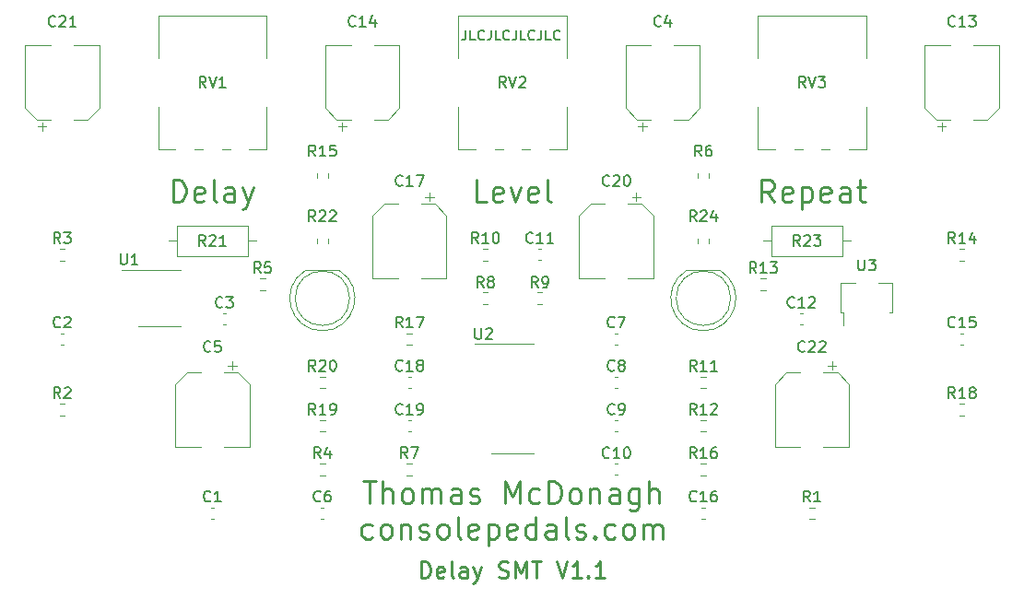
<source format=gbr>
G04 #@! TF.GenerationSoftware,KiCad,Pcbnew,(5.1.7)-1*
G04 #@! TF.CreationDate,2022-04-16T14:49:26-05:00*
G04 #@! TF.ProjectId,ConsolePedalDelaySMT,436f6e73-6f6c-4655-9065-64616c44656c,rev?*
G04 #@! TF.SameCoordinates,Original*
G04 #@! TF.FileFunction,Legend,Top*
G04 #@! TF.FilePolarity,Positive*
%FSLAX46Y46*%
G04 Gerber Fmt 4.6, Leading zero omitted, Abs format (unit mm)*
G04 Created by KiCad (PCBNEW (5.1.7)-1) date 2022-04-16 14:49:26*
%MOMM*%
%LPD*%
G01*
G04 APERTURE LIST*
%ADD10C,0.250000*%
%ADD11C,0.150000*%
%ADD12C,0.120000*%
G04 APERTURE END LIST*
D10*
X156738809Y-87404761D02*
X156072142Y-86452380D01*
X155595952Y-87404761D02*
X155595952Y-85404761D01*
X156357857Y-85404761D01*
X156548333Y-85500000D01*
X156643571Y-85595238D01*
X156738809Y-85785714D01*
X156738809Y-86071428D01*
X156643571Y-86261904D01*
X156548333Y-86357142D01*
X156357857Y-86452380D01*
X155595952Y-86452380D01*
X158357857Y-87309523D02*
X158167380Y-87404761D01*
X157786428Y-87404761D01*
X157595952Y-87309523D01*
X157500714Y-87119047D01*
X157500714Y-86357142D01*
X157595952Y-86166666D01*
X157786428Y-86071428D01*
X158167380Y-86071428D01*
X158357857Y-86166666D01*
X158453095Y-86357142D01*
X158453095Y-86547619D01*
X157500714Y-86738095D01*
X159310238Y-86071428D02*
X159310238Y-88071428D01*
X159310238Y-86166666D02*
X159500714Y-86071428D01*
X159881666Y-86071428D01*
X160072142Y-86166666D01*
X160167380Y-86261904D01*
X160262619Y-86452380D01*
X160262619Y-87023809D01*
X160167380Y-87214285D01*
X160072142Y-87309523D01*
X159881666Y-87404761D01*
X159500714Y-87404761D01*
X159310238Y-87309523D01*
X161881666Y-87309523D02*
X161691190Y-87404761D01*
X161310238Y-87404761D01*
X161119761Y-87309523D01*
X161024523Y-87119047D01*
X161024523Y-86357142D01*
X161119761Y-86166666D01*
X161310238Y-86071428D01*
X161691190Y-86071428D01*
X161881666Y-86166666D01*
X161976904Y-86357142D01*
X161976904Y-86547619D01*
X161024523Y-86738095D01*
X163691190Y-87404761D02*
X163691190Y-86357142D01*
X163595952Y-86166666D01*
X163405476Y-86071428D01*
X163024523Y-86071428D01*
X162834047Y-86166666D01*
X163691190Y-87309523D02*
X163500714Y-87404761D01*
X163024523Y-87404761D01*
X162834047Y-87309523D01*
X162738809Y-87119047D01*
X162738809Y-86928571D01*
X162834047Y-86738095D01*
X163024523Y-86642857D01*
X163500714Y-86642857D01*
X163691190Y-86547619D01*
X164357857Y-86071428D02*
X165119761Y-86071428D01*
X164643571Y-85404761D02*
X164643571Y-87119047D01*
X164738809Y-87309523D01*
X164929285Y-87404761D01*
X165119761Y-87404761D01*
X130334047Y-87404761D02*
X129381666Y-87404761D01*
X129381666Y-85404761D01*
X131762619Y-87309523D02*
X131572142Y-87404761D01*
X131191190Y-87404761D01*
X131000714Y-87309523D01*
X130905476Y-87119047D01*
X130905476Y-86357142D01*
X131000714Y-86166666D01*
X131191190Y-86071428D01*
X131572142Y-86071428D01*
X131762619Y-86166666D01*
X131857857Y-86357142D01*
X131857857Y-86547619D01*
X130905476Y-86738095D01*
X132524523Y-86071428D02*
X133000714Y-87404761D01*
X133476904Y-86071428D01*
X135000714Y-87309523D02*
X134810238Y-87404761D01*
X134429285Y-87404761D01*
X134238809Y-87309523D01*
X134143571Y-87119047D01*
X134143571Y-86357142D01*
X134238809Y-86166666D01*
X134429285Y-86071428D01*
X134810238Y-86071428D01*
X135000714Y-86166666D01*
X135095952Y-86357142D01*
X135095952Y-86547619D01*
X134143571Y-86738095D01*
X136238809Y-87404761D02*
X136048333Y-87309523D01*
X135953095Y-87119047D01*
X135953095Y-85404761D01*
X101567571Y-87404761D02*
X101567571Y-85404761D01*
X102043761Y-85404761D01*
X102329476Y-85500000D01*
X102519952Y-85690476D01*
X102615190Y-85880952D01*
X102710428Y-86261904D01*
X102710428Y-86547619D01*
X102615190Y-86928571D01*
X102519952Y-87119047D01*
X102329476Y-87309523D01*
X102043761Y-87404761D01*
X101567571Y-87404761D01*
X104329476Y-87309523D02*
X104139000Y-87404761D01*
X103758047Y-87404761D01*
X103567571Y-87309523D01*
X103472333Y-87119047D01*
X103472333Y-86357142D01*
X103567571Y-86166666D01*
X103758047Y-86071428D01*
X104139000Y-86071428D01*
X104329476Y-86166666D01*
X104424714Y-86357142D01*
X104424714Y-86547619D01*
X103472333Y-86738095D01*
X105567571Y-87404761D02*
X105377095Y-87309523D01*
X105281857Y-87119047D01*
X105281857Y-85404761D01*
X107186619Y-87404761D02*
X107186619Y-86357142D01*
X107091380Y-86166666D01*
X106900904Y-86071428D01*
X106519952Y-86071428D01*
X106329476Y-86166666D01*
X107186619Y-87309523D02*
X106996142Y-87404761D01*
X106519952Y-87404761D01*
X106329476Y-87309523D01*
X106234238Y-87119047D01*
X106234238Y-86928571D01*
X106329476Y-86738095D01*
X106519952Y-86642857D01*
X106996142Y-86642857D01*
X107186619Y-86547619D01*
X107948523Y-86071428D02*
X108424714Y-87404761D01*
X108900904Y-86071428D02*
X108424714Y-87404761D01*
X108234238Y-87880952D01*
X108139000Y-87976190D01*
X107948523Y-88071428D01*
D11*
X128430857Y-71643142D02*
X128430857Y-72286000D01*
X128388000Y-72414571D01*
X128302285Y-72500285D01*
X128173714Y-72543142D01*
X128088000Y-72543142D01*
X129288000Y-72543142D02*
X128859428Y-72543142D01*
X128859428Y-71643142D01*
X130102285Y-72457428D02*
X130059428Y-72500285D01*
X129930857Y-72543142D01*
X129845142Y-72543142D01*
X129716571Y-72500285D01*
X129630857Y-72414571D01*
X129588000Y-72328857D01*
X129545142Y-72157428D01*
X129545142Y-72028857D01*
X129588000Y-71857428D01*
X129630857Y-71771714D01*
X129716571Y-71686000D01*
X129845142Y-71643142D01*
X129930857Y-71643142D01*
X130059428Y-71686000D01*
X130102285Y-71728857D01*
X130745142Y-71643142D02*
X130745142Y-72286000D01*
X130702285Y-72414571D01*
X130616571Y-72500285D01*
X130488000Y-72543142D01*
X130402285Y-72543142D01*
X131602285Y-72543142D02*
X131173714Y-72543142D01*
X131173714Y-71643142D01*
X132416571Y-72457428D02*
X132373714Y-72500285D01*
X132245142Y-72543142D01*
X132159428Y-72543142D01*
X132030857Y-72500285D01*
X131945142Y-72414571D01*
X131902285Y-72328857D01*
X131859428Y-72157428D01*
X131859428Y-72028857D01*
X131902285Y-71857428D01*
X131945142Y-71771714D01*
X132030857Y-71686000D01*
X132159428Y-71643142D01*
X132245142Y-71643142D01*
X132373714Y-71686000D01*
X132416571Y-71728857D01*
X133059428Y-71643142D02*
X133059428Y-72286000D01*
X133016571Y-72414571D01*
X132930857Y-72500285D01*
X132802285Y-72543142D01*
X132716571Y-72543142D01*
X133916571Y-72543142D02*
X133488000Y-72543142D01*
X133488000Y-71643142D01*
X134730857Y-72457428D02*
X134688000Y-72500285D01*
X134559428Y-72543142D01*
X134473714Y-72543142D01*
X134345142Y-72500285D01*
X134259428Y-72414571D01*
X134216571Y-72328857D01*
X134173714Y-72157428D01*
X134173714Y-72028857D01*
X134216571Y-71857428D01*
X134259428Y-71771714D01*
X134345142Y-71686000D01*
X134473714Y-71643142D01*
X134559428Y-71643142D01*
X134688000Y-71686000D01*
X134730857Y-71728857D01*
X135373714Y-71643142D02*
X135373714Y-72286000D01*
X135330857Y-72414571D01*
X135245142Y-72500285D01*
X135116571Y-72543142D01*
X135030857Y-72543142D01*
X136230857Y-72543142D02*
X135802285Y-72543142D01*
X135802285Y-71643142D01*
X137045142Y-72457428D02*
X137002285Y-72500285D01*
X136873714Y-72543142D01*
X136788000Y-72543142D01*
X136659428Y-72500285D01*
X136573714Y-72414571D01*
X136530857Y-72328857D01*
X136488000Y-72157428D01*
X136488000Y-72028857D01*
X136530857Y-71857428D01*
X136573714Y-71771714D01*
X136659428Y-71686000D01*
X136788000Y-71643142D01*
X136873714Y-71643142D01*
X137002285Y-71686000D01*
X137045142Y-71728857D01*
D10*
X124322142Y-121963571D02*
X124322142Y-120463571D01*
X124679285Y-120463571D01*
X124893571Y-120535000D01*
X125036428Y-120677857D01*
X125107857Y-120820714D01*
X125179285Y-121106428D01*
X125179285Y-121320714D01*
X125107857Y-121606428D01*
X125036428Y-121749285D01*
X124893571Y-121892142D01*
X124679285Y-121963571D01*
X124322142Y-121963571D01*
X126393571Y-121892142D02*
X126250714Y-121963571D01*
X125965000Y-121963571D01*
X125822142Y-121892142D01*
X125750714Y-121749285D01*
X125750714Y-121177857D01*
X125822142Y-121035000D01*
X125965000Y-120963571D01*
X126250714Y-120963571D01*
X126393571Y-121035000D01*
X126465000Y-121177857D01*
X126465000Y-121320714D01*
X125750714Y-121463571D01*
X127322142Y-121963571D02*
X127179285Y-121892142D01*
X127107857Y-121749285D01*
X127107857Y-120463571D01*
X128536428Y-121963571D02*
X128536428Y-121177857D01*
X128465000Y-121035000D01*
X128322142Y-120963571D01*
X128036428Y-120963571D01*
X127893571Y-121035000D01*
X128536428Y-121892142D02*
X128393571Y-121963571D01*
X128036428Y-121963571D01*
X127893571Y-121892142D01*
X127822142Y-121749285D01*
X127822142Y-121606428D01*
X127893571Y-121463571D01*
X128036428Y-121392142D01*
X128393571Y-121392142D01*
X128536428Y-121320714D01*
X129107857Y-120963571D02*
X129465000Y-121963571D01*
X129822142Y-120963571D02*
X129465000Y-121963571D01*
X129322142Y-122320714D01*
X129250714Y-122392142D01*
X129107857Y-122463571D01*
X131465000Y-121892142D02*
X131679285Y-121963571D01*
X132036428Y-121963571D01*
X132179285Y-121892142D01*
X132250714Y-121820714D01*
X132322142Y-121677857D01*
X132322142Y-121535000D01*
X132250714Y-121392142D01*
X132179285Y-121320714D01*
X132036428Y-121249285D01*
X131750714Y-121177857D01*
X131607857Y-121106428D01*
X131536428Y-121035000D01*
X131465000Y-120892142D01*
X131465000Y-120749285D01*
X131536428Y-120606428D01*
X131607857Y-120535000D01*
X131750714Y-120463571D01*
X132107857Y-120463571D01*
X132322142Y-120535000D01*
X132965000Y-121963571D02*
X132965000Y-120463571D01*
X133465000Y-121535000D01*
X133965000Y-120463571D01*
X133965000Y-121963571D01*
X134465000Y-120463571D02*
X135322142Y-120463571D01*
X134893571Y-121963571D02*
X134893571Y-120463571D01*
X136750714Y-120463571D02*
X137250714Y-121963571D01*
X137750714Y-120463571D01*
X139036428Y-121963571D02*
X138179285Y-121963571D01*
X138607857Y-121963571D02*
X138607857Y-120463571D01*
X138465000Y-120677857D01*
X138322142Y-120820714D01*
X138179285Y-120892142D01*
X139679285Y-121820714D02*
X139750714Y-121892142D01*
X139679285Y-121963571D01*
X139607857Y-121892142D01*
X139679285Y-121820714D01*
X139679285Y-121963571D01*
X141179285Y-121963571D02*
X140322142Y-121963571D01*
X140750714Y-121963571D02*
X140750714Y-120463571D01*
X140607857Y-120677857D01*
X140465000Y-120820714D01*
X140322142Y-120892142D01*
X119000714Y-113103761D02*
X120143571Y-113103761D01*
X119572142Y-115103761D02*
X119572142Y-113103761D01*
X120810238Y-115103761D02*
X120810238Y-113103761D01*
X121667380Y-115103761D02*
X121667380Y-114056142D01*
X121572142Y-113865666D01*
X121381666Y-113770428D01*
X121095952Y-113770428D01*
X120905476Y-113865666D01*
X120810238Y-113960904D01*
X122905476Y-115103761D02*
X122715000Y-115008523D01*
X122619761Y-114913285D01*
X122524523Y-114722809D01*
X122524523Y-114151380D01*
X122619761Y-113960904D01*
X122715000Y-113865666D01*
X122905476Y-113770428D01*
X123191190Y-113770428D01*
X123381666Y-113865666D01*
X123476904Y-113960904D01*
X123572142Y-114151380D01*
X123572142Y-114722809D01*
X123476904Y-114913285D01*
X123381666Y-115008523D01*
X123191190Y-115103761D01*
X122905476Y-115103761D01*
X124429285Y-115103761D02*
X124429285Y-113770428D01*
X124429285Y-113960904D02*
X124524523Y-113865666D01*
X124715000Y-113770428D01*
X125000714Y-113770428D01*
X125191190Y-113865666D01*
X125286428Y-114056142D01*
X125286428Y-115103761D01*
X125286428Y-114056142D02*
X125381666Y-113865666D01*
X125572142Y-113770428D01*
X125857857Y-113770428D01*
X126048333Y-113865666D01*
X126143571Y-114056142D01*
X126143571Y-115103761D01*
X127953095Y-115103761D02*
X127953095Y-114056142D01*
X127857857Y-113865666D01*
X127667380Y-113770428D01*
X127286428Y-113770428D01*
X127095952Y-113865666D01*
X127953095Y-115008523D02*
X127762619Y-115103761D01*
X127286428Y-115103761D01*
X127095952Y-115008523D01*
X127000714Y-114818047D01*
X127000714Y-114627571D01*
X127095952Y-114437095D01*
X127286428Y-114341857D01*
X127762619Y-114341857D01*
X127953095Y-114246619D01*
X128810238Y-115008523D02*
X129000714Y-115103761D01*
X129381666Y-115103761D01*
X129572142Y-115008523D01*
X129667380Y-114818047D01*
X129667380Y-114722809D01*
X129572142Y-114532333D01*
X129381666Y-114437095D01*
X129095952Y-114437095D01*
X128905476Y-114341857D01*
X128810238Y-114151380D01*
X128810238Y-114056142D01*
X128905476Y-113865666D01*
X129095952Y-113770428D01*
X129381666Y-113770428D01*
X129572142Y-113865666D01*
X132048333Y-115103761D02*
X132048333Y-113103761D01*
X132715000Y-114532333D01*
X133381666Y-113103761D01*
X133381666Y-115103761D01*
X135191190Y-115008523D02*
X135000714Y-115103761D01*
X134619761Y-115103761D01*
X134429285Y-115008523D01*
X134334047Y-114913285D01*
X134238809Y-114722809D01*
X134238809Y-114151380D01*
X134334047Y-113960904D01*
X134429285Y-113865666D01*
X134619761Y-113770428D01*
X135000714Y-113770428D01*
X135191190Y-113865666D01*
X136048333Y-115103761D02*
X136048333Y-113103761D01*
X136524523Y-113103761D01*
X136810238Y-113199000D01*
X137000714Y-113389476D01*
X137095952Y-113579952D01*
X137191190Y-113960904D01*
X137191190Y-114246619D01*
X137095952Y-114627571D01*
X137000714Y-114818047D01*
X136810238Y-115008523D01*
X136524523Y-115103761D01*
X136048333Y-115103761D01*
X138334047Y-115103761D02*
X138143571Y-115008523D01*
X138048333Y-114913285D01*
X137953095Y-114722809D01*
X137953095Y-114151380D01*
X138048333Y-113960904D01*
X138143571Y-113865666D01*
X138334047Y-113770428D01*
X138619761Y-113770428D01*
X138810238Y-113865666D01*
X138905476Y-113960904D01*
X139000714Y-114151380D01*
X139000714Y-114722809D01*
X138905476Y-114913285D01*
X138810238Y-115008523D01*
X138619761Y-115103761D01*
X138334047Y-115103761D01*
X139857857Y-113770428D02*
X139857857Y-115103761D01*
X139857857Y-113960904D02*
X139953095Y-113865666D01*
X140143571Y-113770428D01*
X140429285Y-113770428D01*
X140619761Y-113865666D01*
X140715000Y-114056142D01*
X140715000Y-115103761D01*
X142524523Y-115103761D02*
X142524523Y-114056142D01*
X142429285Y-113865666D01*
X142238809Y-113770428D01*
X141857857Y-113770428D01*
X141667380Y-113865666D01*
X142524523Y-115008523D02*
X142334047Y-115103761D01*
X141857857Y-115103761D01*
X141667380Y-115008523D01*
X141572142Y-114818047D01*
X141572142Y-114627571D01*
X141667380Y-114437095D01*
X141857857Y-114341857D01*
X142334047Y-114341857D01*
X142524523Y-114246619D01*
X144334047Y-113770428D02*
X144334047Y-115389476D01*
X144238809Y-115579952D01*
X144143571Y-115675190D01*
X143953095Y-115770428D01*
X143667380Y-115770428D01*
X143476904Y-115675190D01*
X144334047Y-115008523D02*
X144143571Y-115103761D01*
X143762619Y-115103761D01*
X143572142Y-115008523D01*
X143476904Y-114913285D01*
X143381666Y-114722809D01*
X143381666Y-114151380D01*
X143476904Y-113960904D01*
X143572142Y-113865666D01*
X143762619Y-113770428D01*
X144143571Y-113770428D01*
X144334047Y-113865666D01*
X145286428Y-115103761D02*
X145286428Y-113103761D01*
X146143571Y-115103761D02*
X146143571Y-114056142D01*
X146048333Y-113865666D01*
X145857857Y-113770428D01*
X145572142Y-113770428D01*
X145381666Y-113865666D01*
X145286428Y-113960904D01*
X119810238Y-118258523D02*
X119619761Y-118353761D01*
X119238809Y-118353761D01*
X119048333Y-118258523D01*
X118953095Y-118163285D01*
X118857857Y-117972809D01*
X118857857Y-117401380D01*
X118953095Y-117210904D01*
X119048333Y-117115666D01*
X119238809Y-117020428D01*
X119619761Y-117020428D01*
X119810238Y-117115666D01*
X120953095Y-118353761D02*
X120762619Y-118258523D01*
X120667380Y-118163285D01*
X120572142Y-117972809D01*
X120572142Y-117401380D01*
X120667380Y-117210904D01*
X120762619Y-117115666D01*
X120953095Y-117020428D01*
X121238809Y-117020428D01*
X121429285Y-117115666D01*
X121524523Y-117210904D01*
X121619761Y-117401380D01*
X121619761Y-117972809D01*
X121524523Y-118163285D01*
X121429285Y-118258523D01*
X121238809Y-118353761D01*
X120953095Y-118353761D01*
X122476904Y-117020428D02*
X122476904Y-118353761D01*
X122476904Y-117210904D02*
X122572142Y-117115666D01*
X122762619Y-117020428D01*
X123048333Y-117020428D01*
X123238809Y-117115666D01*
X123334047Y-117306142D01*
X123334047Y-118353761D01*
X124191190Y-118258523D02*
X124381666Y-118353761D01*
X124762619Y-118353761D01*
X124953095Y-118258523D01*
X125048333Y-118068047D01*
X125048333Y-117972809D01*
X124953095Y-117782333D01*
X124762619Y-117687095D01*
X124476904Y-117687095D01*
X124286428Y-117591857D01*
X124191190Y-117401380D01*
X124191190Y-117306142D01*
X124286428Y-117115666D01*
X124476904Y-117020428D01*
X124762619Y-117020428D01*
X124953095Y-117115666D01*
X126191190Y-118353761D02*
X126000714Y-118258523D01*
X125905476Y-118163285D01*
X125810238Y-117972809D01*
X125810238Y-117401380D01*
X125905476Y-117210904D01*
X126000714Y-117115666D01*
X126191190Y-117020428D01*
X126476904Y-117020428D01*
X126667380Y-117115666D01*
X126762619Y-117210904D01*
X126857857Y-117401380D01*
X126857857Y-117972809D01*
X126762619Y-118163285D01*
X126667380Y-118258523D01*
X126476904Y-118353761D01*
X126191190Y-118353761D01*
X128000714Y-118353761D02*
X127810238Y-118258523D01*
X127715000Y-118068047D01*
X127715000Y-116353761D01*
X129524523Y-118258523D02*
X129334047Y-118353761D01*
X128953095Y-118353761D01*
X128762619Y-118258523D01*
X128667380Y-118068047D01*
X128667380Y-117306142D01*
X128762619Y-117115666D01*
X128953095Y-117020428D01*
X129334047Y-117020428D01*
X129524523Y-117115666D01*
X129619761Y-117306142D01*
X129619761Y-117496619D01*
X128667380Y-117687095D01*
X130476904Y-117020428D02*
X130476904Y-119020428D01*
X130476904Y-117115666D02*
X130667380Y-117020428D01*
X131048333Y-117020428D01*
X131238809Y-117115666D01*
X131334047Y-117210904D01*
X131429285Y-117401380D01*
X131429285Y-117972809D01*
X131334047Y-118163285D01*
X131238809Y-118258523D01*
X131048333Y-118353761D01*
X130667380Y-118353761D01*
X130476904Y-118258523D01*
X133048333Y-118258523D02*
X132857857Y-118353761D01*
X132476904Y-118353761D01*
X132286428Y-118258523D01*
X132191190Y-118068047D01*
X132191190Y-117306142D01*
X132286428Y-117115666D01*
X132476904Y-117020428D01*
X132857857Y-117020428D01*
X133048333Y-117115666D01*
X133143571Y-117306142D01*
X133143571Y-117496619D01*
X132191190Y-117687095D01*
X134857857Y-118353761D02*
X134857857Y-116353761D01*
X134857857Y-118258523D02*
X134667380Y-118353761D01*
X134286428Y-118353761D01*
X134095952Y-118258523D01*
X134000714Y-118163285D01*
X133905476Y-117972809D01*
X133905476Y-117401380D01*
X134000714Y-117210904D01*
X134095952Y-117115666D01*
X134286428Y-117020428D01*
X134667380Y-117020428D01*
X134857857Y-117115666D01*
X136667380Y-118353761D02*
X136667380Y-117306142D01*
X136572142Y-117115666D01*
X136381666Y-117020428D01*
X136000714Y-117020428D01*
X135810238Y-117115666D01*
X136667380Y-118258523D02*
X136476904Y-118353761D01*
X136000714Y-118353761D01*
X135810238Y-118258523D01*
X135715000Y-118068047D01*
X135715000Y-117877571D01*
X135810238Y-117687095D01*
X136000714Y-117591857D01*
X136476904Y-117591857D01*
X136667380Y-117496619D01*
X137905476Y-118353761D02*
X137715000Y-118258523D01*
X137619761Y-118068047D01*
X137619761Y-116353761D01*
X138572142Y-118258523D02*
X138762619Y-118353761D01*
X139143571Y-118353761D01*
X139334047Y-118258523D01*
X139429285Y-118068047D01*
X139429285Y-117972809D01*
X139334047Y-117782333D01*
X139143571Y-117687095D01*
X138857857Y-117687095D01*
X138667380Y-117591857D01*
X138572142Y-117401380D01*
X138572142Y-117306142D01*
X138667380Y-117115666D01*
X138857857Y-117020428D01*
X139143571Y-117020428D01*
X139334047Y-117115666D01*
X140286428Y-118163285D02*
X140381666Y-118258523D01*
X140286428Y-118353761D01*
X140191190Y-118258523D01*
X140286428Y-118163285D01*
X140286428Y-118353761D01*
X142095952Y-118258523D02*
X141905476Y-118353761D01*
X141524523Y-118353761D01*
X141334047Y-118258523D01*
X141238809Y-118163285D01*
X141143571Y-117972809D01*
X141143571Y-117401380D01*
X141238809Y-117210904D01*
X141334047Y-117115666D01*
X141524523Y-117020428D01*
X141905476Y-117020428D01*
X142095952Y-117115666D01*
X143238809Y-118353761D02*
X143048333Y-118258523D01*
X142953095Y-118163285D01*
X142857857Y-117972809D01*
X142857857Y-117401380D01*
X142953095Y-117210904D01*
X143048333Y-117115666D01*
X143238809Y-117020428D01*
X143524523Y-117020428D01*
X143715000Y-117115666D01*
X143810238Y-117210904D01*
X143905476Y-117401380D01*
X143905476Y-117972809D01*
X143810238Y-118163285D01*
X143715000Y-118258523D01*
X143524523Y-118353761D01*
X143238809Y-118353761D01*
X144762619Y-118353761D02*
X144762619Y-117020428D01*
X144762619Y-117210904D02*
X144857857Y-117115666D01*
X145048333Y-117020428D01*
X145334047Y-117020428D01*
X145524523Y-117115666D01*
X145619761Y-117306142D01*
X145619761Y-118353761D01*
X145619761Y-117306142D02*
X145715000Y-117115666D01*
X145905476Y-117020428D01*
X146191190Y-117020428D01*
X146381666Y-117115666D01*
X146476904Y-117306142D01*
X146476904Y-118353761D01*
D12*
G04 #@! TO.C,D3*
X116795000Y-93710000D02*
X113705000Y-93710000D01*
X117750000Y-96270000D02*
G75*
G03*
X117750000Y-96270000I-2500000J0D01*
G01*
X115249538Y-99260000D02*
G75*
G03*
X116794830Y-93710000I462J2990000D01*
G01*
X115250462Y-99260000D02*
G75*
G02*
X113705170Y-93710000I-462J2990000D01*
G01*
G04 #@! TO.C,D2*
X152750000Y-96270000D02*
G75*
G03*
X152750000Y-96270000I-2500000J0D01*
G01*
X151795000Y-93710000D02*
X148705000Y-93710000D01*
X150250462Y-99260000D02*
G75*
G02*
X148705170Y-93710000I-462J2990000D01*
G01*
X150249538Y-99260000D02*
G75*
G03*
X151794830Y-93710000I462J2990000D01*
G01*
G04 #@! TO.C,R21*
X109179000Y-91000000D02*
X108409000Y-91000000D01*
X101099000Y-91000000D02*
X101869000Y-91000000D01*
X108409000Y-89630000D02*
X101869000Y-89630000D01*
X108409000Y-92370000D02*
X108409000Y-89630000D01*
X101869000Y-92370000D02*
X108409000Y-92370000D01*
X101869000Y-89630000D02*
X101869000Y-92370000D01*
G04 #@! TO.C,RV1*
X100169000Y-82559000D02*
X100169000Y-78694000D01*
X100169000Y-74184000D02*
X100169000Y-70319000D01*
X110109000Y-82559000D02*
X110109000Y-78694000D01*
X110109000Y-74184000D02*
X110109000Y-70319000D01*
X100169000Y-82559000D02*
X101768000Y-82559000D01*
X103510000Y-82559000D02*
X104269000Y-82559000D01*
X106010000Y-82559000D02*
X106769000Y-82559000D01*
X108509000Y-82559000D02*
X110109000Y-82559000D01*
X100169000Y-70319000D02*
X110109000Y-70319000D01*
G04 #@! TO.C,RV2*
X127745000Y-70319000D02*
X137685000Y-70319000D01*
X136085000Y-82559000D02*
X137685000Y-82559000D01*
X133586000Y-82559000D02*
X134345000Y-82559000D01*
X131086000Y-82559000D02*
X131845000Y-82559000D01*
X127745000Y-82559000D02*
X129344000Y-82559000D01*
X137685000Y-74184000D02*
X137685000Y-70319000D01*
X137685000Y-82559000D02*
X137685000Y-78694000D01*
X127745000Y-74184000D02*
X127745000Y-70319000D01*
X127745000Y-82559000D02*
X127745000Y-78694000D01*
G04 #@! TO.C,RV3*
X155245000Y-82559000D02*
X155245000Y-78694000D01*
X155245000Y-74184000D02*
X155245000Y-70319000D01*
X165185000Y-82559000D02*
X165185000Y-78694000D01*
X165185000Y-74184000D02*
X165185000Y-70319000D01*
X155245000Y-82559000D02*
X156844000Y-82559000D01*
X158586000Y-82559000D02*
X159345000Y-82559000D01*
X161086000Y-82559000D02*
X161845000Y-82559000D01*
X163585000Y-82559000D02*
X165185000Y-82559000D01*
X155245000Y-70319000D02*
X165185000Y-70319000D01*
G04 #@! TO.C,C4*
X149913000Y-73029000D02*
X147563000Y-73029000D01*
X143093000Y-73029000D02*
X145443000Y-73029000D01*
X143093000Y-78784563D02*
X143093000Y-73029000D01*
X149913000Y-78784563D02*
X149913000Y-73029000D01*
X148848563Y-79849000D02*
X147563000Y-79849000D01*
X144157437Y-79849000D02*
X145443000Y-79849000D01*
X144157437Y-79849000D02*
X143093000Y-78784563D01*
X148848563Y-79849000D02*
X149913000Y-78784563D01*
X144655500Y-80876500D02*
X144655500Y-80089000D01*
X144261750Y-80482750D02*
X145049250Y-80482750D01*
G04 #@! TO.C,C5*
X107380250Y-102456250D02*
X106592750Y-102456250D01*
X106986500Y-102062500D02*
X106986500Y-102850000D01*
X102793437Y-103090000D02*
X101729000Y-104154437D01*
X107484563Y-103090000D02*
X108549000Y-104154437D01*
X107484563Y-103090000D02*
X106199000Y-103090000D01*
X102793437Y-103090000D02*
X104079000Y-103090000D01*
X101729000Y-104154437D02*
X101729000Y-109910000D01*
X108549000Y-104154437D02*
X108549000Y-109910000D01*
X108549000Y-109910000D02*
X106199000Y-109910000D01*
X101729000Y-109910000D02*
X104079000Y-109910000D01*
G04 #@! TO.C,C13*
X177413000Y-73029000D02*
X175063000Y-73029000D01*
X170593000Y-73029000D02*
X172943000Y-73029000D01*
X170593000Y-78784563D02*
X170593000Y-73029000D01*
X177413000Y-78784563D02*
X177413000Y-73029000D01*
X176348563Y-79849000D02*
X175063000Y-79849000D01*
X171657437Y-79849000D02*
X172943000Y-79849000D01*
X171657437Y-79849000D02*
X170593000Y-78784563D01*
X176348563Y-79849000D02*
X177413000Y-78784563D01*
X172155500Y-80876500D02*
X172155500Y-80089000D01*
X171761750Y-80482750D02*
X172549250Y-80482750D01*
G04 #@! TO.C,C14*
X116685750Y-80482750D02*
X117473250Y-80482750D01*
X117079500Y-80876500D02*
X117079500Y-80089000D01*
X121272563Y-79849000D02*
X122337000Y-78784563D01*
X116581437Y-79849000D02*
X115517000Y-78784563D01*
X116581437Y-79849000D02*
X117867000Y-79849000D01*
X121272563Y-79849000D02*
X119987000Y-79849000D01*
X122337000Y-78784563D02*
X122337000Y-73029000D01*
X115517000Y-78784563D02*
X115517000Y-73029000D01*
X115517000Y-73029000D02*
X117867000Y-73029000D01*
X122337000Y-73029000D02*
X119987000Y-73029000D01*
G04 #@! TO.C,C17*
X125491250Y-86956250D02*
X124703750Y-86956250D01*
X125097500Y-86562500D02*
X125097500Y-87350000D01*
X120904437Y-87590000D02*
X119840000Y-88654437D01*
X125595563Y-87590000D02*
X126660000Y-88654437D01*
X125595563Y-87590000D02*
X124310000Y-87590000D01*
X120904437Y-87590000D02*
X122190000Y-87590000D01*
X119840000Y-88654437D02*
X119840000Y-94410000D01*
X126660000Y-88654437D02*
X126660000Y-94410000D01*
X126660000Y-94410000D02*
X124310000Y-94410000D01*
X119840000Y-94410000D02*
X122190000Y-94410000D01*
G04 #@! TO.C,C20*
X144491250Y-86956250D02*
X143703750Y-86956250D01*
X144097500Y-86562500D02*
X144097500Y-87350000D01*
X139904437Y-87590000D02*
X138840000Y-88654437D01*
X144595563Y-87590000D02*
X145660000Y-88654437D01*
X144595563Y-87590000D02*
X143310000Y-87590000D01*
X139904437Y-87590000D02*
X141190000Y-87590000D01*
X138840000Y-88654437D02*
X138840000Y-94410000D01*
X145660000Y-88654437D02*
X145660000Y-94410000D01*
X145660000Y-94410000D02*
X143310000Y-94410000D01*
X138840000Y-94410000D02*
X141190000Y-94410000D01*
G04 #@! TO.C,C21*
X94761000Y-73029000D02*
X92411000Y-73029000D01*
X87941000Y-73029000D02*
X90291000Y-73029000D01*
X87941000Y-78784563D02*
X87941000Y-73029000D01*
X94761000Y-78784563D02*
X94761000Y-73029000D01*
X93696563Y-79849000D02*
X92411000Y-79849000D01*
X89005437Y-79849000D02*
X90291000Y-79849000D01*
X89005437Y-79849000D02*
X87941000Y-78784563D01*
X93696563Y-79849000D02*
X94761000Y-78784563D01*
X89503500Y-80876500D02*
X89503500Y-80089000D01*
X89109750Y-80482750D02*
X89897250Y-80482750D01*
G04 #@! TO.C,C22*
X162456250Y-102456250D02*
X161668750Y-102456250D01*
X162062500Y-102062500D02*
X162062500Y-102850000D01*
X157869437Y-103090000D02*
X156805000Y-104154437D01*
X162560563Y-103090000D02*
X163625000Y-104154437D01*
X162560563Y-103090000D02*
X161275000Y-103090000D01*
X157869437Y-103090000D02*
X159155000Y-103090000D01*
X156805000Y-104154437D02*
X156805000Y-109910000D01*
X163625000Y-104154437D02*
X163625000Y-109910000D01*
X163625000Y-109910000D02*
X161275000Y-109910000D01*
X156805000Y-109910000D02*
X159155000Y-109910000D01*
G04 #@! TO.C,R1*
X160452258Y-115477500D02*
X159977742Y-115477500D01*
X160452258Y-116522500D02*
X159977742Y-116522500D01*
G04 #@! TO.C,R2*
X91588258Y-105977500D02*
X91113742Y-105977500D01*
X91588258Y-107022500D02*
X91113742Y-107022500D01*
G04 #@! TO.C,R3*
X91113742Y-92792500D02*
X91588258Y-92792500D01*
X91113742Y-91747500D02*
X91588258Y-91747500D01*
G04 #@! TO.C,R4*
X115012742Y-111477500D02*
X115487258Y-111477500D01*
X115012742Y-112522500D02*
X115487258Y-112522500D01*
G04 #@! TO.C,R5*
X109987258Y-94477500D02*
X109512742Y-94477500D01*
X109987258Y-95522500D02*
X109512742Y-95522500D01*
G04 #@! TO.C,R6*
X150772500Y-84762742D02*
X150772500Y-85237258D01*
X149727500Y-84762742D02*
X149727500Y-85237258D01*
G04 #@! TO.C,R7*
X123487258Y-112522500D02*
X123012742Y-112522500D01*
X123487258Y-111477500D02*
X123012742Y-111477500D01*
G04 #@! TO.C,R8*
X129977742Y-96792500D02*
X130452258Y-96792500D01*
X129977742Y-95747500D02*
X130452258Y-95747500D01*
G04 #@! TO.C,R9*
X134977742Y-96792500D02*
X135452258Y-96792500D01*
X134977742Y-95747500D02*
X135452258Y-95747500D01*
G04 #@! TO.C,R10*
X129977742Y-91747500D02*
X130452258Y-91747500D01*
X129977742Y-92792500D02*
X130452258Y-92792500D01*
G04 #@! TO.C,R11*
X150012742Y-104522500D02*
X150487258Y-104522500D01*
X150012742Y-103477500D02*
X150487258Y-103477500D01*
G04 #@! TO.C,R12*
X150012742Y-107477500D02*
X150487258Y-107477500D01*
X150012742Y-108522500D02*
X150487258Y-108522500D01*
G04 #@! TO.C,R13*
X155512742Y-94477500D02*
X155987258Y-94477500D01*
X155512742Y-95522500D02*
X155987258Y-95522500D01*
G04 #@! TO.C,R14*
X174240258Y-91747500D02*
X173765742Y-91747500D01*
X174240258Y-92792500D02*
X173765742Y-92792500D01*
G04 #@! TO.C,R15*
X115772500Y-85237258D02*
X115772500Y-84762742D01*
X114727500Y-85237258D02*
X114727500Y-84762742D01*
G04 #@! TO.C,R16*
X150487258Y-112522500D02*
X150012742Y-112522500D01*
X150487258Y-111477500D02*
X150012742Y-111477500D01*
G04 #@! TO.C,R17*
X123487258Y-100522500D02*
X123012742Y-100522500D01*
X123487258Y-99477500D02*
X123012742Y-99477500D01*
G04 #@! TO.C,R18*
X173765742Y-105977500D02*
X174240258Y-105977500D01*
X173765742Y-107022500D02*
X174240258Y-107022500D01*
G04 #@! TO.C,R19*
X115487258Y-107477500D02*
X115012742Y-107477500D01*
X115487258Y-108522500D02*
X115012742Y-108522500D01*
G04 #@! TO.C,R20*
X115012742Y-103477500D02*
X115487258Y-103477500D01*
X115012742Y-104522500D02*
X115487258Y-104522500D01*
G04 #@! TO.C,U1*
X100250000Y-93710000D02*
X96800000Y-93710000D01*
X100250000Y-93710000D02*
X102200000Y-93710000D01*
X100250000Y-98830000D02*
X98300000Y-98830000D01*
X100250000Y-98830000D02*
X102200000Y-98830000D01*
G04 #@! TO.C,R22*
X115772500Y-90762742D02*
X115772500Y-91237258D01*
X114727500Y-90762742D02*
X114727500Y-91237258D01*
G04 #@! TO.C,R23*
X155726000Y-91000000D02*
X156496000Y-91000000D01*
X163806000Y-91000000D02*
X163036000Y-91000000D01*
X156496000Y-92370000D02*
X163036000Y-92370000D01*
X156496000Y-89630000D02*
X156496000Y-92370000D01*
X163036000Y-89630000D02*
X156496000Y-89630000D01*
X163036000Y-92370000D02*
X163036000Y-89630000D01*
G04 #@! TO.C,R24*
X149727500Y-90762742D02*
X149727500Y-91237258D01*
X150772500Y-90762742D02*
X150772500Y-91237258D01*
G04 #@! TO.C,U2*
X132715000Y-100440000D02*
X129215000Y-100440000D01*
X132715000Y-100440000D02*
X134665000Y-100440000D01*
X132715000Y-110560000D02*
X130765000Y-110560000D01*
X132715000Y-110560000D02*
X134665000Y-110560000D01*
G04 #@! TO.C,U3*
X167610000Y-97580000D02*
X167380000Y-97580000D01*
X162890000Y-97580000D02*
X163120000Y-97580000D01*
X162890000Y-97580000D02*
X162890000Y-94860000D01*
X162890000Y-94860000D02*
X164200000Y-94860000D01*
X163120000Y-98720000D02*
X163120000Y-97580000D01*
X167610000Y-94860000D02*
X167610000Y-97580000D01*
X166300000Y-94860000D02*
X167610000Y-94860000D01*
G04 #@! TO.C,C1*
X104998420Y-116510000D02*
X105279580Y-116510000D01*
X104998420Y-115490000D02*
X105279580Y-115490000D01*
G04 #@! TO.C,C2*
X91491580Y-100510000D02*
X91210420Y-100510000D01*
X91491580Y-99490000D02*
X91210420Y-99490000D01*
G04 #@! TO.C,C3*
X106390580Y-97665000D02*
X106109420Y-97665000D01*
X106390580Y-98685000D02*
X106109420Y-98685000D01*
G04 #@! TO.C,C6*
X115390580Y-115490000D02*
X115109420Y-115490000D01*
X115390580Y-116510000D02*
X115109420Y-116510000D01*
G04 #@! TO.C,C7*
X142390580Y-100510000D02*
X142109420Y-100510000D01*
X142390580Y-99490000D02*
X142109420Y-99490000D01*
G04 #@! TO.C,C8*
X142390580Y-104510000D02*
X142109420Y-104510000D01*
X142390580Y-103490000D02*
X142109420Y-103490000D01*
G04 #@! TO.C,C9*
X142390580Y-108510000D02*
X142109420Y-108510000D01*
X142390580Y-107490000D02*
X142109420Y-107490000D01*
G04 #@! TO.C,C10*
X142390580Y-112510000D02*
X142109420Y-112510000D01*
X142390580Y-111490000D02*
X142109420Y-111490000D01*
G04 #@! TO.C,C11*
X135355580Y-92780000D02*
X135074420Y-92780000D01*
X135355580Y-91760000D02*
X135074420Y-91760000D01*
G04 #@! TO.C,C12*
X159390580Y-97665000D02*
X159109420Y-97665000D01*
X159390580Y-98685000D02*
X159109420Y-98685000D01*
G04 #@! TO.C,C15*
X173862420Y-100510000D02*
X174143580Y-100510000D01*
X173862420Y-99490000D02*
X174143580Y-99490000D01*
G04 #@! TO.C,C16*
X150109420Y-116510000D02*
X150390580Y-116510000D01*
X150109420Y-115490000D02*
X150390580Y-115490000D01*
G04 #@! TO.C,C18*
X123390580Y-103490000D02*
X123109420Y-103490000D01*
X123390580Y-104510000D02*
X123109420Y-104510000D01*
G04 #@! TO.C,C19*
X123390580Y-108510000D02*
X123109420Y-108510000D01*
X123390580Y-107490000D02*
X123109420Y-107490000D01*
G04 #@! TO.C,R21*
D11*
X104496142Y-91452380D02*
X104162809Y-90976190D01*
X103924714Y-91452380D02*
X103924714Y-90452380D01*
X104305666Y-90452380D01*
X104400904Y-90500000D01*
X104448523Y-90547619D01*
X104496142Y-90642857D01*
X104496142Y-90785714D01*
X104448523Y-90880952D01*
X104400904Y-90928571D01*
X104305666Y-90976190D01*
X103924714Y-90976190D01*
X104877095Y-90547619D02*
X104924714Y-90500000D01*
X105019952Y-90452380D01*
X105258047Y-90452380D01*
X105353285Y-90500000D01*
X105400904Y-90547619D01*
X105448523Y-90642857D01*
X105448523Y-90738095D01*
X105400904Y-90880952D01*
X104829476Y-91452380D01*
X105448523Y-91452380D01*
X106400904Y-91452380D02*
X105829476Y-91452380D01*
X106115190Y-91452380D02*
X106115190Y-90452380D01*
X106019952Y-90595238D01*
X105924714Y-90690476D01*
X105829476Y-90738095D01*
G04 #@! TO.C,RV1*
X104543761Y-76891380D02*
X104210428Y-76415190D01*
X103972333Y-76891380D02*
X103972333Y-75891380D01*
X104353285Y-75891380D01*
X104448523Y-75939000D01*
X104496142Y-75986619D01*
X104543761Y-76081857D01*
X104543761Y-76224714D01*
X104496142Y-76319952D01*
X104448523Y-76367571D01*
X104353285Y-76415190D01*
X103972333Y-76415190D01*
X104829476Y-75891380D02*
X105162809Y-76891380D01*
X105496142Y-75891380D01*
X106353285Y-76891380D02*
X105781857Y-76891380D01*
X106067571Y-76891380D02*
X106067571Y-75891380D01*
X105972333Y-76034238D01*
X105877095Y-76129476D01*
X105781857Y-76177095D01*
G04 #@! TO.C,RV2*
X132119761Y-76891380D02*
X131786428Y-76415190D01*
X131548333Y-76891380D02*
X131548333Y-75891380D01*
X131929285Y-75891380D01*
X132024523Y-75939000D01*
X132072142Y-75986619D01*
X132119761Y-76081857D01*
X132119761Y-76224714D01*
X132072142Y-76319952D01*
X132024523Y-76367571D01*
X131929285Y-76415190D01*
X131548333Y-76415190D01*
X132405476Y-75891380D02*
X132738809Y-76891380D01*
X133072142Y-75891380D01*
X133357857Y-75986619D02*
X133405476Y-75939000D01*
X133500714Y-75891380D01*
X133738809Y-75891380D01*
X133834047Y-75939000D01*
X133881666Y-75986619D01*
X133929285Y-76081857D01*
X133929285Y-76177095D01*
X133881666Y-76319952D01*
X133310238Y-76891380D01*
X133929285Y-76891380D01*
G04 #@! TO.C,RV3*
X159619761Y-76891380D02*
X159286428Y-76415190D01*
X159048333Y-76891380D02*
X159048333Y-75891380D01*
X159429285Y-75891380D01*
X159524523Y-75939000D01*
X159572142Y-75986619D01*
X159619761Y-76081857D01*
X159619761Y-76224714D01*
X159572142Y-76319952D01*
X159524523Y-76367571D01*
X159429285Y-76415190D01*
X159048333Y-76415190D01*
X159905476Y-75891380D02*
X160238809Y-76891380D01*
X160572142Y-75891380D01*
X160810238Y-75891380D02*
X161429285Y-75891380D01*
X161095952Y-76272333D01*
X161238809Y-76272333D01*
X161334047Y-76319952D01*
X161381666Y-76367571D01*
X161429285Y-76462809D01*
X161429285Y-76700904D01*
X161381666Y-76796142D01*
X161334047Y-76843761D01*
X161238809Y-76891380D01*
X160953095Y-76891380D01*
X160857857Y-76843761D01*
X160810238Y-76796142D01*
G04 #@! TO.C,C4*
X146336333Y-71207142D02*
X146288714Y-71254761D01*
X146145857Y-71302380D01*
X146050619Y-71302380D01*
X145907761Y-71254761D01*
X145812523Y-71159523D01*
X145764904Y-71064285D01*
X145717285Y-70873809D01*
X145717285Y-70730952D01*
X145764904Y-70540476D01*
X145812523Y-70445238D01*
X145907761Y-70350000D01*
X146050619Y-70302380D01*
X146145857Y-70302380D01*
X146288714Y-70350000D01*
X146336333Y-70397619D01*
X147193476Y-70635714D02*
X147193476Y-71302380D01*
X146955380Y-70254761D02*
X146717285Y-70969047D01*
X147336333Y-70969047D01*
G04 #@! TO.C,C5*
X104972333Y-101107142D02*
X104924714Y-101154761D01*
X104781857Y-101202380D01*
X104686619Y-101202380D01*
X104543761Y-101154761D01*
X104448523Y-101059523D01*
X104400904Y-100964285D01*
X104353285Y-100773809D01*
X104353285Y-100630952D01*
X104400904Y-100440476D01*
X104448523Y-100345238D01*
X104543761Y-100250000D01*
X104686619Y-100202380D01*
X104781857Y-100202380D01*
X104924714Y-100250000D01*
X104972333Y-100297619D01*
X105877095Y-100202380D02*
X105400904Y-100202380D01*
X105353285Y-100678571D01*
X105400904Y-100630952D01*
X105496142Y-100583333D01*
X105734238Y-100583333D01*
X105829476Y-100630952D01*
X105877095Y-100678571D01*
X105924714Y-100773809D01*
X105924714Y-101011904D01*
X105877095Y-101107142D01*
X105829476Y-101154761D01*
X105734238Y-101202380D01*
X105496142Y-101202380D01*
X105400904Y-101154761D01*
X105353285Y-101107142D01*
G04 #@! TO.C,C13*
X173360142Y-71207142D02*
X173312523Y-71254761D01*
X173169666Y-71302380D01*
X173074428Y-71302380D01*
X172931571Y-71254761D01*
X172836333Y-71159523D01*
X172788714Y-71064285D01*
X172741095Y-70873809D01*
X172741095Y-70730952D01*
X172788714Y-70540476D01*
X172836333Y-70445238D01*
X172931571Y-70350000D01*
X173074428Y-70302380D01*
X173169666Y-70302380D01*
X173312523Y-70350000D01*
X173360142Y-70397619D01*
X174312523Y-71302380D02*
X173741095Y-71302380D01*
X174026809Y-71302380D02*
X174026809Y-70302380D01*
X173931571Y-70445238D01*
X173836333Y-70540476D01*
X173741095Y-70588095D01*
X174645857Y-70302380D02*
X175264904Y-70302380D01*
X174931571Y-70683333D01*
X175074428Y-70683333D01*
X175169666Y-70730952D01*
X175217285Y-70778571D01*
X175264904Y-70873809D01*
X175264904Y-71111904D01*
X175217285Y-71207142D01*
X175169666Y-71254761D01*
X175074428Y-71302380D01*
X174788714Y-71302380D01*
X174693476Y-71254761D01*
X174645857Y-71207142D01*
G04 #@! TO.C,C14*
X118284142Y-71207142D02*
X118236523Y-71254761D01*
X118093666Y-71302380D01*
X117998428Y-71302380D01*
X117855571Y-71254761D01*
X117760333Y-71159523D01*
X117712714Y-71064285D01*
X117665095Y-70873809D01*
X117665095Y-70730952D01*
X117712714Y-70540476D01*
X117760333Y-70445238D01*
X117855571Y-70350000D01*
X117998428Y-70302380D01*
X118093666Y-70302380D01*
X118236523Y-70350000D01*
X118284142Y-70397619D01*
X119236523Y-71302380D02*
X118665095Y-71302380D01*
X118950809Y-71302380D02*
X118950809Y-70302380D01*
X118855571Y-70445238D01*
X118760333Y-70540476D01*
X118665095Y-70588095D01*
X120093666Y-70635714D02*
X120093666Y-71302380D01*
X119855571Y-70254761D02*
X119617476Y-70969047D01*
X120236523Y-70969047D01*
G04 #@! TO.C,C17*
X122607142Y-85857142D02*
X122559523Y-85904761D01*
X122416666Y-85952380D01*
X122321428Y-85952380D01*
X122178571Y-85904761D01*
X122083333Y-85809523D01*
X122035714Y-85714285D01*
X121988095Y-85523809D01*
X121988095Y-85380952D01*
X122035714Y-85190476D01*
X122083333Y-85095238D01*
X122178571Y-85000000D01*
X122321428Y-84952380D01*
X122416666Y-84952380D01*
X122559523Y-85000000D01*
X122607142Y-85047619D01*
X123559523Y-85952380D02*
X122988095Y-85952380D01*
X123273809Y-85952380D02*
X123273809Y-84952380D01*
X123178571Y-85095238D01*
X123083333Y-85190476D01*
X122988095Y-85238095D01*
X123892857Y-84952380D02*
X124559523Y-84952380D01*
X124130952Y-85952380D01*
G04 #@! TO.C,C20*
X141607142Y-85857142D02*
X141559523Y-85904761D01*
X141416666Y-85952380D01*
X141321428Y-85952380D01*
X141178571Y-85904761D01*
X141083333Y-85809523D01*
X141035714Y-85714285D01*
X140988095Y-85523809D01*
X140988095Y-85380952D01*
X141035714Y-85190476D01*
X141083333Y-85095238D01*
X141178571Y-85000000D01*
X141321428Y-84952380D01*
X141416666Y-84952380D01*
X141559523Y-85000000D01*
X141607142Y-85047619D01*
X141988095Y-85047619D02*
X142035714Y-85000000D01*
X142130952Y-84952380D01*
X142369047Y-84952380D01*
X142464285Y-85000000D01*
X142511904Y-85047619D01*
X142559523Y-85142857D01*
X142559523Y-85238095D01*
X142511904Y-85380952D01*
X141940476Y-85952380D01*
X142559523Y-85952380D01*
X143178571Y-84952380D02*
X143273809Y-84952380D01*
X143369047Y-85000000D01*
X143416666Y-85047619D01*
X143464285Y-85142857D01*
X143511904Y-85333333D01*
X143511904Y-85571428D01*
X143464285Y-85761904D01*
X143416666Y-85857142D01*
X143369047Y-85904761D01*
X143273809Y-85952380D01*
X143178571Y-85952380D01*
X143083333Y-85904761D01*
X143035714Y-85857142D01*
X142988095Y-85761904D01*
X142940476Y-85571428D01*
X142940476Y-85333333D01*
X142988095Y-85142857D01*
X143035714Y-85047619D01*
X143083333Y-85000000D01*
X143178571Y-84952380D01*
G04 #@! TO.C,C21*
X90708142Y-71207142D02*
X90660523Y-71254761D01*
X90517666Y-71302380D01*
X90422428Y-71302380D01*
X90279571Y-71254761D01*
X90184333Y-71159523D01*
X90136714Y-71064285D01*
X90089095Y-70873809D01*
X90089095Y-70730952D01*
X90136714Y-70540476D01*
X90184333Y-70445238D01*
X90279571Y-70350000D01*
X90422428Y-70302380D01*
X90517666Y-70302380D01*
X90660523Y-70350000D01*
X90708142Y-70397619D01*
X91089095Y-70397619D02*
X91136714Y-70350000D01*
X91231952Y-70302380D01*
X91470047Y-70302380D01*
X91565285Y-70350000D01*
X91612904Y-70397619D01*
X91660523Y-70492857D01*
X91660523Y-70588095D01*
X91612904Y-70730952D01*
X91041476Y-71302380D01*
X91660523Y-71302380D01*
X92612904Y-71302380D02*
X92041476Y-71302380D01*
X92327190Y-71302380D02*
X92327190Y-70302380D01*
X92231952Y-70445238D01*
X92136714Y-70540476D01*
X92041476Y-70588095D01*
G04 #@! TO.C,C22*
X159572142Y-101107142D02*
X159524523Y-101154761D01*
X159381666Y-101202380D01*
X159286428Y-101202380D01*
X159143571Y-101154761D01*
X159048333Y-101059523D01*
X159000714Y-100964285D01*
X158953095Y-100773809D01*
X158953095Y-100630952D01*
X159000714Y-100440476D01*
X159048333Y-100345238D01*
X159143571Y-100250000D01*
X159286428Y-100202380D01*
X159381666Y-100202380D01*
X159524523Y-100250000D01*
X159572142Y-100297619D01*
X159953095Y-100297619D02*
X160000714Y-100250000D01*
X160095952Y-100202380D01*
X160334047Y-100202380D01*
X160429285Y-100250000D01*
X160476904Y-100297619D01*
X160524523Y-100392857D01*
X160524523Y-100488095D01*
X160476904Y-100630952D01*
X159905476Y-101202380D01*
X160524523Y-101202380D01*
X160905476Y-100297619D02*
X160953095Y-100250000D01*
X161048333Y-100202380D01*
X161286428Y-100202380D01*
X161381666Y-100250000D01*
X161429285Y-100297619D01*
X161476904Y-100392857D01*
X161476904Y-100488095D01*
X161429285Y-100630952D01*
X160857857Y-101202380D01*
X161476904Y-101202380D01*
G04 #@! TO.C,R1*
X160048333Y-114952380D02*
X159715000Y-114476190D01*
X159476904Y-114952380D02*
X159476904Y-113952380D01*
X159857857Y-113952380D01*
X159953095Y-114000000D01*
X160000714Y-114047619D01*
X160048333Y-114142857D01*
X160048333Y-114285714D01*
X160000714Y-114380952D01*
X159953095Y-114428571D01*
X159857857Y-114476190D01*
X159476904Y-114476190D01*
X161000714Y-114952380D02*
X160429285Y-114952380D01*
X160715000Y-114952380D02*
X160715000Y-113952380D01*
X160619761Y-114095238D01*
X160524523Y-114190476D01*
X160429285Y-114238095D01*
G04 #@! TO.C,R2*
X91184333Y-105452380D02*
X90851000Y-104976190D01*
X90612904Y-105452380D02*
X90612904Y-104452380D01*
X90993857Y-104452380D01*
X91089095Y-104500000D01*
X91136714Y-104547619D01*
X91184333Y-104642857D01*
X91184333Y-104785714D01*
X91136714Y-104880952D01*
X91089095Y-104928571D01*
X90993857Y-104976190D01*
X90612904Y-104976190D01*
X91565285Y-104547619D02*
X91612904Y-104500000D01*
X91708142Y-104452380D01*
X91946238Y-104452380D01*
X92041476Y-104500000D01*
X92089095Y-104547619D01*
X92136714Y-104642857D01*
X92136714Y-104738095D01*
X92089095Y-104880952D01*
X91517666Y-105452380D01*
X92136714Y-105452380D01*
G04 #@! TO.C,R3*
X91184333Y-91222380D02*
X90851000Y-90746190D01*
X90612904Y-91222380D02*
X90612904Y-90222380D01*
X90993857Y-90222380D01*
X91089095Y-90270000D01*
X91136714Y-90317619D01*
X91184333Y-90412857D01*
X91184333Y-90555714D01*
X91136714Y-90650952D01*
X91089095Y-90698571D01*
X90993857Y-90746190D01*
X90612904Y-90746190D01*
X91517666Y-90222380D02*
X92136714Y-90222380D01*
X91803380Y-90603333D01*
X91946238Y-90603333D01*
X92041476Y-90650952D01*
X92089095Y-90698571D01*
X92136714Y-90793809D01*
X92136714Y-91031904D01*
X92089095Y-91127142D01*
X92041476Y-91174761D01*
X91946238Y-91222380D01*
X91660523Y-91222380D01*
X91565285Y-91174761D01*
X91517666Y-91127142D01*
G04 #@! TO.C,R4*
X115083333Y-110952380D02*
X114750000Y-110476190D01*
X114511904Y-110952380D02*
X114511904Y-109952380D01*
X114892857Y-109952380D01*
X114988095Y-110000000D01*
X115035714Y-110047619D01*
X115083333Y-110142857D01*
X115083333Y-110285714D01*
X115035714Y-110380952D01*
X114988095Y-110428571D01*
X114892857Y-110476190D01*
X114511904Y-110476190D01*
X115940476Y-110285714D02*
X115940476Y-110952380D01*
X115702380Y-109904761D02*
X115464285Y-110619047D01*
X116083333Y-110619047D01*
G04 #@! TO.C,R5*
X109583333Y-93952380D02*
X109250000Y-93476190D01*
X109011904Y-93952380D02*
X109011904Y-92952380D01*
X109392857Y-92952380D01*
X109488095Y-93000000D01*
X109535714Y-93047619D01*
X109583333Y-93142857D01*
X109583333Y-93285714D01*
X109535714Y-93380952D01*
X109488095Y-93428571D01*
X109392857Y-93476190D01*
X109011904Y-93476190D01*
X110488095Y-92952380D02*
X110011904Y-92952380D01*
X109964285Y-93428571D01*
X110011904Y-93380952D01*
X110107142Y-93333333D01*
X110345238Y-93333333D01*
X110440476Y-93380952D01*
X110488095Y-93428571D01*
X110535714Y-93523809D01*
X110535714Y-93761904D01*
X110488095Y-93857142D01*
X110440476Y-93904761D01*
X110345238Y-93952380D01*
X110107142Y-93952380D01*
X110011904Y-93904761D01*
X109964285Y-93857142D01*
G04 #@! TO.C,R6*
X150083333Y-83202380D02*
X149750000Y-82726190D01*
X149511904Y-83202380D02*
X149511904Y-82202380D01*
X149892857Y-82202380D01*
X149988095Y-82250000D01*
X150035714Y-82297619D01*
X150083333Y-82392857D01*
X150083333Y-82535714D01*
X150035714Y-82630952D01*
X149988095Y-82678571D01*
X149892857Y-82726190D01*
X149511904Y-82726190D01*
X150940476Y-82202380D02*
X150750000Y-82202380D01*
X150654761Y-82250000D01*
X150607142Y-82297619D01*
X150511904Y-82440476D01*
X150464285Y-82630952D01*
X150464285Y-83011904D01*
X150511904Y-83107142D01*
X150559523Y-83154761D01*
X150654761Y-83202380D01*
X150845238Y-83202380D01*
X150940476Y-83154761D01*
X150988095Y-83107142D01*
X151035714Y-83011904D01*
X151035714Y-82773809D01*
X150988095Y-82678571D01*
X150940476Y-82630952D01*
X150845238Y-82583333D01*
X150654761Y-82583333D01*
X150559523Y-82630952D01*
X150511904Y-82678571D01*
X150464285Y-82773809D01*
G04 #@! TO.C,R7*
X123083333Y-110952380D02*
X122750000Y-110476190D01*
X122511904Y-110952380D02*
X122511904Y-109952380D01*
X122892857Y-109952380D01*
X122988095Y-110000000D01*
X123035714Y-110047619D01*
X123083333Y-110142857D01*
X123083333Y-110285714D01*
X123035714Y-110380952D01*
X122988095Y-110428571D01*
X122892857Y-110476190D01*
X122511904Y-110476190D01*
X123416666Y-109952380D02*
X124083333Y-109952380D01*
X123654761Y-110952380D01*
G04 #@! TO.C,R8*
X130048333Y-95292380D02*
X129715000Y-94816190D01*
X129476904Y-95292380D02*
X129476904Y-94292380D01*
X129857857Y-94292380D01*
X129953095Y-94340000D01*
X130000714Y-94387619D01*
X130048333Y-94482857D01*
X130048333Y-94625714D01*
X130000714Y-94720952D01*
X129953095Y-94768571D01*
X129857857Y-94816190D01*
X129476904Y-94816190D01*
X130619761Y-94720952D02*
X130524523Y-94673333D01*
X130476904Y-94625714D01*
X130429285Y-94530476D01*
X130429285Y-94482857D01*
X130476904Y-94387619D01*
X130524523Y-94340000D01*
X130619761Y-94292380D01*
X130810238Y-94292380D01*
X130905476Y-94340000D01*
X130953095Y-94387619D01*
X131000714Y-94482857D01*
X131000714Y-94530476D01*
X130953095Y-94625714D01*
X130905476Y-94673333D01*
X130810238Y-94720952D01*
X130619761Y-94720952D01*
X130524523Y-94768571D01*
X130476904Y-94816190D01*
X130429285Y-94911428D01*
X130429285Y-95101904D01*
X130476904Y-95197142D01*
X130524523Y-95244761D01*
X130619761Y-95292380D01*
X130810238Y-95292380D01*
X130905476Y-95244761D01*
X130953095Y-95197142D01*
X131000714Y-95101904D01*
X131000714Y-94911428D01*
X130953095Y-94816190D01*
X130905476Y-94768571D01*
X130810238Y-94720952D01*
G04 #@! TO.C,R9*
X135048333Y-95292380D02*
X134715000Y-94816190D01*
X134476904Y-95292380D02*
X134476904Y-94292380D01*
X134857857Y-94292380D01*
X134953095Y-94340000D01*
X135000714Y-94387619D01*
X135048333Y-94482857D01*
X135048333Y-94625714D01*
X135000714Y-94720952D01*
X134953095Y-94768571D01*
X134857857Y-94816190D01*
X134476904Y-94816190D01*
X135524523Y-95292380D02*
X135715000Y-95292380D01*
X135810238Y-95244761D01*
X135857857Y-95197142D01*
X135953095Y-95054285D01*
X136000714Y-94863809D01*
X136000714Y-94482857D01*
X135953095Y-94387619D01*
X135905476Y-94340000D01*
X135810238Y-94292380D01*
X135619761Y-94292380D01*
X135524523Y-94340000D01*
X135476904Y-94387619D01*
X135429285Y-94482857D01*
X135429285Y-94720952D01*
X135476904Y-94816190D01*
X135524523Y-94863809D01*
X135619761Y-94911428D01*
X135810238Y-94911428D01*
X135905476Y-94863809D01*
X135953095Y-94816190D01*
X136000714Y-94720952D01*
G04 #@! TO.C,R10*
X129572142Y-91198380D02*
X129238809Y-90722190D01*
X129000714Y-91198380D02*
X129000714Y-90198380D01*
X129381666Y-90198380D01*
X129476904Y-90246000D01*
X129524523Y-90293619D01*
X129572142Y-90388857D01*
X129572142Y-90531714D01*
X129524523Y-90626952D01*
X129476904Y-90674571D01*
X129381666Y-90722190D01*
X129000714Y-90722190D01*
X130524523Y-91198380D02*
X129953095Y-91198380D01*
X130238809Y-91198380D02*
X130238809Y-90198380D01*
X130143571Y-90341238D01*
X130048333Y-90436476D01*
X129953095Y-90484095D01*
X131143571Y-90198380D02*
X131238809Y-90198380D01*
X131334047Y-90246000D01*
X131381666Y-90293619D01*
X131429285Y-90388857D01*
X131476904Y-90579333D01*
X131476904Y-90817428D01*
X131429285Y-91007904D01*
X131381666Y-91103142D01*
X131334047Y-91150761D01*
X131238809Y-91198380D01*
X131143571Y-91198380D01*
X131048333Y-91150761D01*
X131000714Y-91103142D01*
X130953095Y-91007904D01*
X130905476Y-90817428D01*
X130905476Y-90579333D01*
X130953095Y-90388857D01*
X131000714Y-90293619D01*
X131048333Y-90246000D01*
X131143571Y-90198380D01*
G04 #@! TO.C,R11*
X149607142Y-102952380D02*
X149273809Y-102476190D01*
X149035714Y-102952380D02*
X149035714Y-101952380D01*
X149416666Y-101952380D01*
X149511904Y-102000000D01*
X149559523Y-102047619D01*
X149607142Y-102142857D01*
X149607142Y-102285714D01*
X149559523Y-102380952D01*
X149511904Y-102428571D01*
X149416666Y-102476190D01*
X149035714Y-102476190D01*
X150559523Y-102952380D02*
X149988095Y-102952380D01*
X150273809Y-102952380D02*
X150273809Y-101952380D01*
X150178571Y-102095238D01*
X150083333Y-102190476D01*
X149988095Y-102238095D01*
X151511904Y-102952380D02*
X150940476Y-102952380D01*
X151226190Y-102952380D02*
X151226190Y-101952380D01*
X151130952Y-102095238D01*
X151035714Y-102190476D01*
X150940476Y-102238095D01*
G04 #@! TO.C,R12*
X149607142Y-106952380D02*
X149273809Y-106476190D01*
X149035714Y-106952380D02*
X149035714Y-105952380D01*
X149416666Y-105952380D01*
X149511904Y-106000000D01*
X149559523Y-106047619D01*
X149607142Y-106142857D01*
X149607142Y-106285714D01*
X149559523Y-106380952D01*
X149511904Y-106428571D01*
X149416666Y-106476190D01*
X149035714Y-106476190D01*
X150559523Y-106952380D02*
X149988095Y-106952380D01*
X150273809Y-106952380D02*
X150273809Y-105952380D01*
X150178571Y-106095238D01*
X150083333Y-106190476D01*
X149988095Y-106238095D01*
X150940476Y-106047619D02*
X150988095Y-106000000D01*
X151083333Y-105952380D01*
X151321428Y-105952380D01*
X151416666Y-106000000D01*
X151464285Y-106047619D01*
X151511904Y-106142857D01*
X151511904Y-106238095D01*
X151464285Y-106380952D01*
X150892857Y-106952380D01*
X151511904Y-106952380D01*
G04 #@! TO.C,R13*
X155107142Y-93952380D02*
X154773809Y-93476190D01*
X154535714Y-93952380D02*
X154535714Y-92952380D01*
X154916666Y-92952380D01*
X155011904Y-93000000D01*
X155059523Y-93047619D01*
X155107142Y-93142857D01*
X155107142Y-93285714D01*
X155059523Y-93380952D01*
X155011904Y-93428571D01*
X154916666Y-93476190D01*
X154535714Y-93476190D01*
X156059523Y-93952380D02*
X155488095Y-93952380D01*
X155773809Y-93952380D02*
X155773809Y-92952380D01*
X155678571Y-93095238D01*
X155583333Y-93190476D01*
X155488095Y-93238095D01*
X156392857Y-92952380D02*
X157011904Y-92952380D01*
X156678571Y-93333333D01*
X156821428Y-93333333D01*
X156916666Y-93380952D01*
X156964285Y-93428571D01*
X157011904Y-93523809D01*
X157011904Y-93761904D01*
X156964285Y-93857142D01*
X156916666Y-93904761D01*
X156821428Y-93952380D01*
X156535714Y-93952380D01*
X156440476Y-93904761D01*
X156392857Y-93857142D01*
G04 #@! TO.C,R14*
X173360142Y-91222380D02*
X173026809Y-90746190D01*
X172788714Y-91222380D02*
X172788714Y-90222380D01*
X173169666Y-90222380D01*
X173264904Y-90270000D01*
X173312523Y-90317619D01*
X173360142Y-90412857D01*
X173360142Y-90555714D01*
X173312523Y-90650952D01*
X173264904Y-90698571D01*
X173169666Y-90746190D01*
X172788714Y-90746190D01*
X174312523Y-91222380D02*
X173741095Y-91222380D01*
X174026809Y-91222380D02*
X174026809Y-90222380D01*
X173931571Y-90365238D01*
X173836333Y-90460476D01*
X173741095Y-90508095D01*
X175169666Y-90555714D02*
X175169666Y-91222380D01*
X174931571Y-90174761D02*
X174693476Y-90889047D01*
X175312523Y-90889047D01*
G04 #@! TO.C,R15*
X114607142Y-83202380D02*
X114273809Y-82726190D01*
X114035714Y-83202380D02*
X114035714Y-82202380D01*
X114416666Y-82202380D01*
X114511904Y-82250000D01*
X114559523Y-82297619D01*
X114607142Y-82392857D01*
X114607142Y-82535714D01*
X114559523Y-82630952D01*
X114511904Y-82678571D01*
X114416666Y-82726190D01*
X114035714Y-82726190D01*
X115559523Y-83202380D02*
X114988095Y-83202380D01*
X115273809Y-83202380D02*
X115273809Y-82202380D01*
X115178571Y-82345238D01*
X115083333Y-82440476D01*
X114988095Y-82488095D01*
X116464285Y-82202380D02*
X115988095Y-82202380D01*
X115940476Y-82678571D01*
X115988095Y-82630952D01*
X116083333Y-82583333D01*
X116321428Y-82583333D01*
X116416666Y-82630952D01*
X116464285Y-82678571D01*
X116511904Y-82773809D01*
X116511904Y-83011904D01*
X116464285Y-83107142D01*
X116416666Y-83154761D01*
X116321428Y-83202380D01*
X116083333Y-83202380D01*
X115988095Y-83154761D01*
X115940476Y-83107142D01*
G04 #@! TO.C,R16*
X149607142Y-110952380D02*
X149273809Y-110476190D01*
X149035714Y-110952380D02*
X149035714Y-109952380D01*
X149416666Y-109952380D01*
X149511904Y-110000000D01*
X149559523Y-110047619D01*
X149607142Y-110142857D01*
X149607142Y-110285714D01*
X149559523Y-110380952D01*
X149511904Y-110428571D01*
X149416666Y-110476190D01*
X149035714Y-110476190D01*
X150559523Y-110952380D02*
X149988095Y-110952380D01*
X150273809Y-110952380D02*
X150273809Y-109952380D01*
X150178571Y-110095238D01*
X150083333Y-110190476D01*
X149988095Y-110238095D01*
X151416666Y-109952380D02*
X151226190Y-109952380D01*
X151130952Y-110000000D01*
X151083333Y-110047619D01*
X150988095Y-110190476D01*
X150940476Y-110380952D01*
X150940476Y-110761904D01*
X150988095Y-110857142D01*
X151035714Y-110904761D01*
X151130952Y-110952380D01*
X151321428Y-110952380D01*
X151416666Y-110904761D01*
X151464285Y-110857142D01*
X151511904Y-110761904D01*
X151511904Y-110523809D01*
X151464285Y-110428571D01*
X151416666Y-110380952D01*
X151321428Y-110333333D01*
X151130952Y-110333333D01*
X151035714Y-110380952D01*
X150988095Y-110428571D01*
X150940476Y-110523809D01*
G04 #@! TO.C,R17*
X122607142Y-98952380D02*
X122273809Y-98476190D01*
X122035714Y-98952380D02*
X122035714Y-97952380D01*
X122416666Y-97952380D01*
X122511904Y-98000000D01*
X122559523Y-98047619D01*
X122607142Y-98142857D01*
X122607142Y-98285714D01*
X122559523Y-98380952D01*
X122511904Y-98428571D01*
X122416666Y-98476190D01*
X122035714Y-98476190D01*
X123559523Y-98952380D02*
X122988095Y-98952380D01*
X123273809Y-98952380D02*
X123273809Y-97952380D01*
X123178571Y-98095238D01*
X123083333Y-98190476D01*
X122988095Y-98238095D01*
X123892857Y-97952380D02*
X124559523Y-97952380D01*
X124130952Y-98952380D01*
G04 #@! TO.C,R18*
X173360142Y-105452380D02*
X173026809Y-104976190D01*
X172788714Y-105452380D02*
X172788714Y-104452380D01*
X173169666Y-104452380D01*
X173264904Y-104500000D01*
X173312523Y-104547619D01*
X173360142Y-104642857D01*
X173360142Y-104785714D01*
X173312523Y-104880952D01*
X173264904Y-104928571D01*
X173169666Y-104976190D01*
X172788714Y-104976190D01*
X174312523Y-105452380D02*
X173741095Y-105452380D01*
X174026809Y-105452380D02*
X174026809Y-104452380D01*
X173931571Y-104595238D01*
X173836333Y-104690476D01*
X173741095Y-104738095D01*
X174883952Y-104880952D02*
X174788714Y-104833333D01*
X174741095Y-104785714D01*
X174693476Y-104690476D01*
X174693476Y-104642857D01*
X174741095Y-104547619D01*
X174788714Y-104500000D01*
X174883952Y-104452380D01*
X175074428Y-104452380D01*
X175169666Y-104500000D01*
X175217285Y-104547619D01*
X175264904Y-104642857D01*
X175264904Y-104690476D01*
X175217285Y-104785714D01*
X175169666Y-104833333D01*
X175074428Y-104880952D01*
X174883952Y-104880952D01*
X174788714Y-104928571D01*
X174741095Y-104976190D01*
X174693476Y-105071428D01*
X174693476Y-105261904D01*
X174741095Y-105357142D01*
X174788714Y-105404761D01*
X174883952Y-105452380D01*
X175074428Y-105452380D01*
X175169666Y-105404761D01*
X175217285Y-105357142D01*
X175264904Y-105261904D01*
X175264904Y-105071428D01*
X175217285Y-104976190D01*
X175169666Y-104928571D01*
X175074428Y-104880952D01*
G04 #@! TO.C,R19*
X114607142Y-106952380D02*
X114273809Y-106476190D01*
X114035714Y-106952380D02*
X114035714Y-105952380D01*
X114416666Y-105952380D01*
X114511904Y-106000000D01*
X114559523Y-106047619D01*
X114607142Y-106142857D01*
X114607142Y-106285714D01*
X114559523Y-106380952D01*
X114511904Y-106428571D01*
X114416666Y-106476190D01*
X114035714Y-106476190D01*
X115559523Y-106952380D02*
X114988095Y-106952380D01*
X115273809Y-106952380D02*
X115273809Y-105952380D01*
X115178571Y-106095238D01*
X115083333Y-106190476D01*
X114988095Y-106238095D01*
X116035714Y-106952380D02*
X116226190Y-106952380D01*
X116321428Y-106904761D01*
X116369047Y-106857142D01*
X116464285Y-106714285D01*
X116511904Y-106523809D01*
X116511904Y-106142857D01*
X116464285Y-106047619D01*
X116416666Y-106000000D01*
X116321428Y-105952380D01*
X116130952Y-105952380D01*
X116035714Y-106000000D01*
X115988095Y-106047619D01*
X115940476Y-106142857D01*
X115940476Y-106380952D01*
X115988095Y-106476190D01*
X116035714Y-106523809D01*
X116130952Y-106571428D01*
X116321428Y-106571428D01*
X116416666Y-106523809D01*
X116464285Y-106476190D01*
X116511904Y-106380952D01*
G04 #@! TO.C,R20*
X114607142Y-102952380D02*
X114273809Y-102476190D01*
X114035714Y-102952380D02*
X114035714Y-101952380D01*
X114416666Y-101952380D01*
X114511904Y-102000000D01*
X114559523Y-102047619D01*
X114607142Y-102142857D01*
X114607142Y-102285714D01*
X114559523Y-102380952D01*
X114511904Y-102428571D01*
X114416666Y-102476190D01*
X114035714Y-102476190D01*
X114988095Y-102047619D02*
X115035714Y-102000000D01*
X115130952Y-101952380D01*
X115369047Y-101952380D01*
X115464285Y-102000000D01*
X115511904Y-102047619D01*
X115559523Y-102142857D01*
X115559523Y-102238095D01*
X115511904Y-102380952D01*
X114940476Y-102952380D01*
X115559523Y-102952380D01*
X116178571Y-101952380D02*
X116273809Y-101952380D01*
X116369047Y-102000000D01*
X116416666Y-102047619D01*
X116464285Y-102142857D01*
X116511904Y-102333333D01*
X116511904Y-102571428D01*
X116464285Y-102761904D01*
X116416666Y-102857142D01*
X116369047Y-102904761D01*
X116273809Y-102952380D01*
X116178571Y-102952380D01*
X116083333Y-102904761D01*
X116035714Y-102857142D01*
X115988095Y-102761904D01*
X115940476Y-102571428D01*
X115940476Y-102333333D01*
X115988095Y-102142857D01*
X116035714Y-102047619D01*
X116083333Y-102000000D01*
X116178571Y-101952380D01*
G04 #@! TO.C,U1*
X96711095Y-92162380D02*
X96711095Y-92971904D01*
X96758714Y-93067142D01*
X96806333Y-93114761D01*
X96901571Y-93162380D01*
X97092047Y-93162380D01*
X97187285Y-93114761D01*
X97234904Y-93067142D01*
X97282523Y-92971904D01*
X97282523Y-92162380D01*
X98282523Y-93162380D02*
X97711095Y-93162380D01*
X97996809Y-93162380D02*
X97996809Y-92162380D01*
X97901571Y-92305238D01*
X97806333Y-92400476D01*
X97711095Y-92448095D01*
G04 #@! TO.C,R22*
X114607142Y-89202380D02*
X114273809Y-88726190D01*
X114035714Y-89202380D02*
X114035714Y-88202380D01*
X114416666Y-88202380D01*
X114511904Y-88250000D01*
X114559523Y-88297619D01*
X114607142Y-88392857D01*
X114607142Y-88535714D01*
X114559523Y-88630952D01*
X114511904Y-88678571D01*
X114416666Y-88726190D01*
X114035714Y-88726190D01*
X114988095Y-88297619D02*
X115035714Y-88250000D01*
X115130952Y-88202380D01*
X115369047Y-88202380D01*
X115464285Y-88250000D01*
X115511904Y-88297619D01*
X115559523Y-88392857D01*
X115559523Y-88488095D01*
X115511904Y-88630952D01*
X114940476Y-89202380D01*
X115559523Y-89202380D01*
X115940476Y-88297619D02*
X115988095Y-88250000D01*
X116083333Y-88202380D01*
X116321428Y-88202380D01*
X116416666Y-88250000D01*
X116464285Y-88297619D01*
X116511904Y-88392857D01*
X116511904Y-88488095D01*
X116464285Y-88630952D01*
X115892857Y-89202380D01*
X116511904Y-89202380D01*
G04 #@! TO.C,R23*
X159123142Y-91453381D02*
X158789809Y-90977191D01*
X158551714Y-91453381D02*
X158551714Y-90453381D01*
X158932666Y-90453381D01*
X159027904Y-90501001D01*
X159075523Y-90548620D01*
X159123142Y-90643858D01*
X159123142Y-90786715D01*
X159075523Y-90881953D01*
X159027904Y-90929572D01*
X158932666Y-90977191D01*
X158551714Y-90977191D01*
X159504095Y-90548620D02*
X159551714Y-90501001D01*
X159646952Y-90453381D01*
X159885047Y-90453381D01*
X159980285Y-90501001D01*
X160027904Y-90548620D01*
X160075523Y-90643858D01*
X160075523Y-90739096D01*
X160027904Y-90881953D01*
X159456476Y-91453381D01*
X160075523Y-91453381D01*
X160408857Y-90453381D02*
X161027904Y-90453381D01*
X160694571Y-90834334D01*
X160837428Y-90834334D01*
X160932666Y-90881953D01*
X160980285Y-90929572D01*
X161027904Y-91024810D01*
X161027904Y-91262905D01*
X160980285Y-91358143D01*
X160932666Y-91405762D01*
X160837428Y-91453381D01*
X160551714Y-91453381D01*
X160456476Y-91405762D01*
X160408857Y-91358143D01*
G04 #@! TO.C,R24*
X149607142Y-89202380D02*
X149273809Y-88726190D01*
X149035714Y-89202380D02*
X149035714Y-88202380D01*
X149416666Y-88202380D01*
X149511904Y-88250000D01*
X149559523Y-88297619D01*
X149607142Y-88392857D01*
X149607142Y-88535714D01*
X149559523Y-88630952D01*
X149511904Y-88678571D01*
X149416666Y-88726190D01*
X149035714Y-88726190D01*
X149988095Y-88297619D02*
X150035714Y-88250000D01*
X150130952Y-88202380D01*
X150369047Y-88202380D01*
X150464285Y-88250000D01*
X150511904Y-88297619D01*
X150559523Y-88392857D01*
X150559523Y-88488095D01*
X150511904Y-88630952D01*
X149940476Y-89202380D01*
X150559523Y-89202380D01*
X151416666Y-88535714D02*
X151416666Y-89202380D01*
X151178571Y-88154761D02*
X150940476Y-88869047D01*
X151559523Y-88869047D01*
G04 #@! TO.C,U2*
X129286095Y-99020380D02*
X129286095Y-99829904D01*
X129333714Y-99925142D01*
X129381333Y-99972761D01*
X129476571Y-100020380D01*
X129667047Y-100020380D01*
X129762285Y-99972761D01*
X129809904Y-99925142D01*
X129857523Y-99829904D01*
X129857523Y-99020380D01*
X130286095Y-99115619D02*
X130333714Y-99068000D01*
X130428952Y-99020380D01*
X130667047Y-99020380D01*
X130762285Y-99068000D01*
X130809904Y-99115619D01*
X130857523Y-99210857D01*
X130857523Y-99306095D01*
X130809904Y-99448952D01*
X130238476Y-100020380D01*
X130857523Y-100020380D01*
G04 #@! TO.C,U3*
X164488095Y-92702380D02*
X164488095Y-93511904D01*
X164535714Y-93607142D01*
X164583333Y-93654761D01*
X164678571Y-93702380D01*
X164869047Y-93702380D01*
X164964285Y-93654761D01*
X165011904Y-93607142D01*
X165059523Y-93511904D01*
X165059523Y-92702380D01*
X165440476Y-92702380D02*
X166059523Y-92702380D01*
X165726190Y-93083333D01*
X165869047Y-93083333D01*
X165964285Y-93130952D01*
X166011904Y-93178571D01*
X166059523Y-93273809D01*
X166059523Y-93511904D01*
X166011904Y-93607142D01*
X165964285Y-93654761D01*
X165869047Y-93702380D01*
X165583333Y-93702380D01*
X165488095Y-93654761D01*
X165440476Y-93607142D01*
G04 #@! TO.C,C1*
X104972333Y-114857142D02*
X104924714Y-114904761D01*
X104781857Y-114952380D01*
X104686619Y-114952380D01*
X104543761Y-114904761D01*
X104448523Y-114809523D01*
X104400904Y-114714285D01*
X104353285Y-114523809D01*
X104353285Y-114380952D01*
X104400904Y-114190476D01*
X104448523Y-114095238D01*
X104543761Y-114000000D01*
X104686619Y-113952380D01*
X104781857Y-113952380D01*
X104924714Y-114000000D01*
X104972333Y-114047619D01*
X105924714Y-114952380D02*
X105353285Y-114952380D01*
X105639000Y-114952380D02*
X105639000Y-113952380D01*
X105543761Y-114095238D01*
X105448523Y-114190476D01*
X105353285Y-114238095D01*
G04 #@! TO.C,C2*
X91184333Y-98857142D02*
X91136714Y-98904761D01*
X90993857Y-98952380D01*
X90898619Y-98952380D01*
X90755761Y-98904761D01*
X90660523Y-98809523D01*
X90612904Y-98714285D01*
X90565285Y-98523809D01*
X90565285Y-98380952D01*
X90612904Y-98190476D01*
X90660523Y-98095238D01*
X90755761Y-98000000D01*
X90898619Y-97952380D01*
X90993857Y-97952380D01*
X91136714Y-98000000D01*
X91184333Y-98047619D01*
X91565285Y-98047619D02*
X91612904Y-98000000D01*
X91708142Y-97952380D01*
X91946238Y-97952380D01*
X92041476Y-98000000D01*
X92089095Y-98047619D01*
X92136714Y-98142857D01*
X92136714Y-98238095D01*
X92089095Y-98380952D01*
X91517666Y-98952380D01*
X92136714Y-98952380D01*
G04 #@! TO.C,C3*
X106083333Y-97032142D02*
X106035714Y-97079761D01*
X105892857Y-97127380D01*
X105797619Y-97127380D01*
X105654761Y-97079761D01*
X105559523Y-96984523D01*
X105511904Y-96889285D01*
X105464285Y-96698809D01*
X105464285Y-96555952D01*
X105511904Y-96365476D01*
X105559523Y-96270238D01*
X105654761Y-96175000D01*
X105797619Y-96127380D01*
X105892857Y-96127380D01*
X106035714Y-96175000D01*
X106083333Y-96222619D01*
X106416666Y-96127380D02*
X107035714Y-96127380D01*
X106702380Y-96508333D01*
X106845238Y-96508333D01*
X106940476Y-96555952D01*
X106988095Y-96603571D01*
X107035714Y-96698809D01*
X107035714Y-96936904D01*
X106988095Y-97032142D01*
X106940476Y-97079761D01*
X106845238Y-97127380D01*
X106559523Y-97127380D01*
X106464285Y-97079761D01*
X106416666Y-97032142D01*
G04 #@! TO.C,C6*
X115083333Y-114857142D02*
X115035714Y-114904761D01*
X114892857Y-114952380D01*
X114797619Y-114952380D01*
X114654761Y-114904761D01*
X114559523Y-114809523D01*
X114511904Y-114714285D01*
X114464285Y-114523809D01*
X114464285Y-114380952D01*
X114511904Y-114190476D01*
X114559523Y-114095238D01*
X114654761Y-114000000D01*
X114797619Y-113952380D01*
X114892857Y-113952380D01*
X115035714Y-114000000D01*
X115083333Y-114047619D01*
X115940476Y-113952380D02*
X115750000Y-113952380D01*
X115654761Y-114000000D01*
X115607142Y-114047619D01*
X115511904Y-114190476D01*
X115464285Y-114380952D01*
X115464285Y-114761904D01*
X115511904Y-114857142D01*
X115559523Y-114904761D01*
X115654761Y-114952380D01*
X115845238Y-114952380D01*
X115940476Y-114904761D01*
X115988095Y-114857142D01*
X116035714Y-114761904D01*
X116035714Y-114523809D01*
X115988095Y-114428571D01*
X115940476Y-114380952D01*
X115845238Y-114333333D01*
X115654761Y-114333333D01*
X115559523Y-114380952D01*
X115511904Y-114428571D01*
X115464285Y-114523809D01*
G04 #@! TO.C,C7*
X142083333Y-98857142D02*
X142035714Y-98904761D01*
X141892857Y-98952380D01*
X141797619Y-98952380D01*
X141654761Y-98904761D01*
X141559523Y-98809523D01*
X141511904Y-98714285D01*
X141464285Y-98523809D01*
X141464285Y-98380952D01*
X141511904Y-98190476D01*
X141559523Y-98095238D01*
X141654761Y-98000000D01*
X141797619Y-97952380D01*
X141892857Y-97952380D01*
X142035714Y-98000000D01*
X142083333Y-98047619D01*
X142416666Y-97952380D02*
X143083333Y-97952380D01*
X142654761Y-98952380D01*
G04 #@! TO.C,C8*
X142083333Y-102857142D02*
X142035714Y-102904761D01*
X141892857Y-102952380D01*
X141797619Y-102952380D01*
X141654761Y-102904761D01*
X141559523Y-102809523D01*
X141511904Y-102714285D01*
X141464285Y-102523809D01*
X141464285Y-102380952D01*
X141511904Y-102190476D01*
X141559523Y-102095238D01*
X141654761Y-102000000D01*
X141797619Y-101952380D01*
X141892857Y-101952380D01*
X142035714Y-102000000D01*
X142083333Y-102047619D01*
X142654761Y-102380952D02*
X142559523Y-102333333D01*
X142511904Y-102285714D01*
X142464285Y-102190476D01*
X142464285Y-102142857D01*
X142511904Y-102047619D01*
X142559523Y-102000000D01*
X142654761Y-101952380D01*
X142845238Y-101952380D01*
X142940476Y-102000000D01*
X142988095Y-102047619D01*
X143035714Y-102142857D01*
X143035714Y-102190476D01*
X142988095Y-102285714D01*
X142940476Y-102333333D01*
X142845238Y-102380952D01*
X142654761Y-102380952D01*
X142559523Y-102428571D01*
X142511904Y-102476190D01*
X142464285Y-102571428D01*
X142464285Y-102761904D01*
X142511904Y-102857142D01*
X142559523Y-102904761D01*
X142654761Y-102952380D01*
X142845238Y-102952380D01*
X142940476Y-102904761D01*
X142988095Y-102857142D01*
X143035714Y-102761904D01*
X143035714Y-102571428D01*
X142988095Y-102476190D01*
X142940476Y-102428571D01*
X142845238Y-102380952D01*
G04 #@! TO.C,C9*
X142083333Y-106857142D02*
X142035714Y-106904761D01*
X141892857Y-106952380D01*
X141797619Y-106952380D01*
X141654761Y-106904761D01*
X141559523Y-106809523D01*
X141511904Y-106714285D01*
X141464285Y-106523809D01*
X141464285Y-106380952D01*
X141511904Y-106190476D01*
X141559523Y-106095238D01*
X141654761Y-106000000D01*
X141797619Y-105952380D01*
X141892857Y-105952380D01*
X142035714Y-106000000D01*
X142083333Y-106047619D01*
X142559523Y-106952380D02*
X142750000Y-106952380D01*
X142845238Y-106904761D01*
X142892857Y-106857142D01*
X142988095Y-106714285D01*
X143035714Y-106523809D01*
X143035714Y-106142857D01*
X142988095Y-106047619D01*
X142940476Y-106000000D01*
X142845238Y-105952380D01*
X142654761Y-105952380D01*
X142559523Y-106000000D01*
X142511904Y-106047619D01*
X142464285Y-106142857D01*
X142464285Y-106380952D01*
X142511904Y-106476190D01*
X142559523Y-106523809D01*
X142654761Y-106571428D01*
X142845238Y-106571428D01*
X142940476Y-106523809D01*
X142988095Y-106476190D01*
X143035714Y-106380952D01*
G04 #@! TO.C,C10*
X141607142Y-110857142D02*
X141559523Y-110904761D01*
X141416666Y-110952380D01*
X141321428Y-110952380D01*
X141178571Y-110904761D01*
X141083333Y-110809523D01*
X141035714Y-110714285D01*
X140988095Y-110523809D01*
X140988095Y-110380952D01*
X141035714Y-110190476D01*
X141083333Y-110095238D01*
X141178571Y-110000000D01*
X141321428Y-109952380D01*
X141416666Y-109952380D01*
X141559523Y-110000000D01*
X141607142Y-110047619D01*
X142559523Y-110952380D02*
X141988095Y-110952380D01*
X142273809Y-110952380D02*
X142273809Y-109952380D01*
X142178571Y-110095238D01*
X142083333Y-110190476D01*
X141988095Y-110238095D01*
X143178571Y-109952380D02*
X143273809Y-109952380D01*
X143369047Y-110000000D01*
X143416666Y-110047619D01*
X143464285Y-110142857D01*
X143511904Y-110333333D01*
X143511904Y-110571428D01*
X143464285Y-110761904D01*
X143416666Y-110857142D01*
X143369047Y-110904761D01*
X143273809Y-110952380D01*
X143178571Y-110952380D01*
X143083333Y-110904761D01*
X143035714Y-110857142D01*
X142988095Y-110761904D01*
X142940476Y-110571428D01*
X142940476Y-110333333D01*
X142988095Y-110142857D01*
X143035714Y-110047619D01*
X143083333Y-110000000D01*
X143178571Y-109952380D01*
G04 #@! TO.C,C11*
X134572142Y-91103142D02*
X134524523Y-91150761D01*
X134381666Y-91198380D01*
X134286428Y-91198380D01*
X134143571Y-91150761D01*
X134048333Y-91055523D01*
X134000714Y-90960285D01*
X133953095Y-90769809D01*
X133953095Y-90626952D01*
X134000714Y-90436476D01*
X134048333Y-90341238D01*
X134143571Y-90246000D01*
X134286428Y-90198380D01*
X134381666Y-90198380D01*
X134524523Y-90246000D01*
X134572142Y-90293619D01*
X135524523Y-91198380D02*
X134953095Y-91198380D01*
X135238809Y-91198380D02*
X135238809Y-90198380D01*
X135143571Y-90341238D01*
X135048333Y-90436476D01*
X134953095Y-90484095D01*
X136476904Y-91198380D02*
X135905476Y-91198380D01*
X136191190Y-91198380D02*
X136191190Y-90198380D01*
X136095952Y-90341238D01*
X136000714Y-90436476D01*
X135905476Y-90484095D01*
G04 #@! TO.C,C12*
X158607142Y-97032142D02*
X158559523Y-97079761D01*
X158416666Y-97127380D01*
X158321428Y-97127380D01*
X158178571Y-97079761D01*
X158083333Y-96984523D01*
X158035714Y-96889285D01*
X157988095Y-96698809D01*
X157988095Y-96555952D01*
X158035714Y-96365476D01*
X158083333Y-96270238D01*
X158178571Y-96175000D01*
X158321428Y-96127380D01*
X158416666Y-96127380D01*
X158559523Y-96175000D01*
X158607142Y-96222619D01*
X159559523Y-97127380D02*
X158988095Y-97127380D01*
X159273809Y-97127380D02*
X159273809Y-96127380D01*
X159178571Y-96270238D01*
X159083333Y-96365476D01*
X158988095Y-96413095D01*
X159940476Y-96222619D02*
X159988095Y-96175000D01*
X160083333Y-96127380D01*
X160321428Y-96127380D01*
X160416666Y-96175000D01*
X160464285Y-96222619D01*
X160511904Y-96317857D01*
X160511904Y-96413095D01*
X160464285Y-96555952D01*
X159892857Y-97127380D01*
X160511904Y-97127380D01*
G04 #@! TO.C,C15*
X173360142Y-98857142D02*
X173312523Y-98904761D01*
X173169666Y-98952380D01*
X173074428Y-98952380D01*
X172931571Y-98904761D01*
X172836333Y-98809523D01*
X172788714Y-98714285D01*
X172741095Y-98523809D01*
X172741095Y-98380952D01*
X172788714Y-98190476D01*
X172836333Y-98095238D01*
X172931571Y-98000000D01*
X173074428Y-97952380D01*
X173169666Y-97952380D01*
X173312523Y-98000000D01*
X173360142Y-98047619D01*
X174312523Y-98952380D02*
X173741095Y-98952380D01*
X174026809Y-98952380D02*
X174026809Y-97952380D01*
X173931571Y-98095238D01*
X173836333Y-98190476D01*
X173741095Y-98238095D01*
X175217285Y-97952380D02*
X174741095Y-97952380D01*
X174693476Y-98428571D01*
X174741095Y-98380952D01*
X174836333Y-98333333D01*
X175074428Y-98333333D01*
X175169666Y-98380952D01*
X175217285Y-98428571D01*
X175264904Y-98523809D01*
X175264904Y-98761904D01*
X175217285Y-98857142D01*
X175169666Y-98904761D01*
X175074428Y-98952380D01*
X174836333Y-98952380D01*
X174741095Y-98904761D01*
X174693476Y-98857142D01*
G04 #@! TO.C,C16*
X149607142Y-114857142D02*
X149559523Y-114904761D01*
X149416666Y-114952380D01*
X149321428Y-114952380D01*
X149178571Y-114904761D01*
X149083333Y-114809523D01*
X149035714Y-114714285D01*
X148988095Y-114523809D01*
X148988095Y-114380952D01*
X149035714Y-114190476D01*
X149083333Y-114095238D01*
X149178571Y-114000000D01*
X149321428Y-113952380D01*
X149416666Y-113952380D01*
X149559523Y-114000000D01*
X149607142Y-114047619D01*
X150559523Y-114952380D02*
X149988095Y-114952380D01*
X150273809Y-114952380D02*
X150273809Y-113952380D01*
X150178571Y-114095238D01*
X150083333Y-114190476D01*
X149988095Y-114238095D01*
X151416666Y-113952380D02*
X151226190Y-113952380D01*
X151130952Y-114000000D01*
X151083333Y-114047619D01*
X150988095Y-114190476D01*
X150940476Y-114380952D01*
X150940476Y-114761904D01*
X150988095Y-114857142D01*
X151035714Y-114904761D01*
X151130952Y-114952380D01*
X151321428Y-114952380D01*
X151416666Y-114904761D01*
X151464285Y-114857142D01*
X151511904Y-114761904D01*
X151511904Y-114523809D01*
X151464285Y-114428571D01*
X151416666Y-114380952D01*
X151321428Y-114333333D01*
X151130952Y-114333333D01*
X151035714Y-114380952D01*
X150988095Y-114428571D01*
X150940476Y-114523809D01*
G04 #@! TO.C,C18*
X122607142Y-102857142D02*
X122559523Y-102904761D01*
X122416666Y-102952380D01*
X122321428Y-102952380D01*
X122178571Y-102904761D01*
X122083333Y-102809523D01*
X122035714Y-102714285D01*
X121988095Y-102523809D01*
X121988095Y-102380952D01*
X122035714Y-102190476D01*
X122083333Y-102095238D01*
X122178571Y-102000000D01*
X122321428Y-101952380D01*
X122416666Y-101952380D01*
X122559523Y-102000000D01*
X122607142Y-102047619D01*
X123559523Y-102952380D02*
X122988095Y-102952380D01*
X123273809Y-102952380D02*
X123273809Y-101952380D01*
X123178571Y-102095238D01*
X123083333Y-102190476D01*
X122988095Y-102238095D01*
X124130952Y-102380952D02*
X124035714Y-102333333D01*
X123988095Y-102285714D01*
X123940476Y-102190476D01*
X123940476Y-102142857D01*
X123988095Y-102047619D01*
X124035714Y-102000000D01*
X124130952Y-101952380D01*
X124321428Y-101952380D01*
X124416666Y-102000000D01*
X124464285Y-102047619D01*
X124511904Y-102142857D01*
X124511904Y-102190476D01*
X124464285Y-102285714D01*
X124416666Y-102333333D01*
X124321428Y-102380952D01*
X124130952Y-102380952D01*
X124035714Y-102428571D01*
X123988095Y-102476190D01*
X123940476Y-102571428D01*
X123940476Y-102761904D01*
X123988095Y-102857142D01*
X124035714Y-102904761D01*
X124130952Y-102952380D01*
X124321428Y-102952380D01*
X124416666Y-102904761D01*
X124464285Y-102857142D01*
X124511904Y-102761904D01*
X124511904Y-102571428D01*
X124464285Y-102476190D01*
X124416666Y-102428571D01*
X124321428Y-102380952D01*
G04 #@! TO.C,C19*
X122607142Y-106857142D02*
X122559523Y-106904761D01*
X122416666Y-106952380D01*
X122321428Y-106952380D01*
X122178571Y-106904761D01*
X122083333Y-106809523D01*
X122035714Y-106714285D01*
X121988095Y-106523809D01*
X121988095Y-106380952D01*
X122035714Y-106190476D01*
X122083333Y-106095238D01*
X122178571Y-106000000D01*
X122321428Y-105952380D01*
X122416666Y-105952380D01*
X122559523Y-106000000D01*
X122607142Y-106047619D01*
X123559523Y-106952380D02*
X122988095Y-106952380D01*
X123273809Y-106952380D02*
X123273809Y-105952380D01*
X123178571Y-106095238D01*
X123083333Y-106190476D01*
X122988095Y-106238095D01*
X124035714Y-106952380D02*
X124226190Y-106952380D01*
X124321428Y-106904761D01*
X124369047Y-106857142D01*
X124464285Y-106714285D01*
X124511904Y-106523809D01*
X124511904Y-106142857D01*
X124464285Y-106047619D01*
X124416666Y-106000000D01*
X124321428Y-105952380D01*
X124130952Y-105952380D01*
X124035714Y-106000000D01*
X123988095Y-106047619D01*
X123940476Y-106142857D01*
X123940476Y-106380952D01*
X123988095Y-106476190D01*
X124035714Y-106523809D01*
X124130952Y-106571428D01*
X124321428Y-106571428D01*
X124416666Y-106523809D01*
X124464285Y-106476190D01*
X124511904Y-106380952D01*
G04 #@! TD*
M02*

</source>
